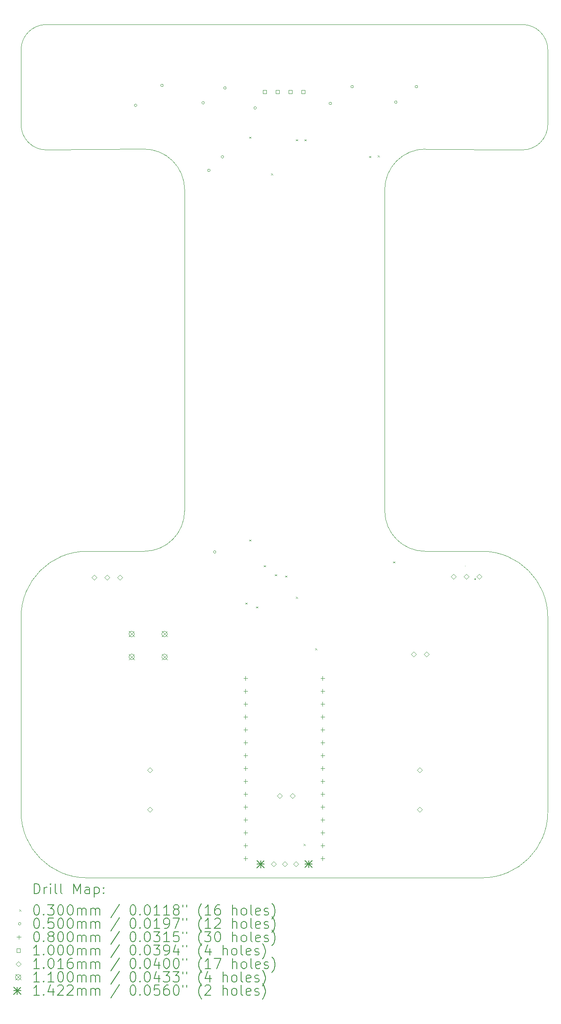
<source format=gbr>
%TF.GenerationSoftware,KiCad,Pcbnew,7.0.7*%
%TF.CreationDate,2024-02-04T10:16:06+08:00*%
%TF.ProjectId,lekirbot,6c656b69-7262-46f7-942e-6b696361645f,rev?*%
%TF.SameCoordinates,Original*%
%TF.FileFunction,Drillmap*%
%TF.FilePolarity,Positive*%
%FSLAX45Y45*%
G04 Gerber Fmt 4.5, Leading zero omitted, Abs format (unit mm)*
G04 Created by KiCad (PCBNEW 7.0.7) date 2024-02-04 10:16:06*
%MOMM*%
%LPD*%
G01*
G04 APERTURE LIST*
%ADD10C,0.050000*%
%ADD11C,0.200000*%
%ADD12C,0.030000*%
%ADD13C,0.080000*%
%ADD14C,0.100000*%
%ADD15C,0.101600*%
%ADD16C,0.110000*%
%ADD17C,0.142240*%
G04 APERTURE END LIST*
D10*
X6477036Y-5137404D02*
G75*
G03*
X5670344Y-4337432I-799996J4D01*
G01*
X5677040Y-12275800D02*
X4543620Y-12275800D01*
X13657580Y-13575800D02*
X13657580Y-17419800D01*
X3243620Y-17419800D02*
G75*
G03*
X4543620Y-18719800I1300000J0D01*
G01*
X12235220Y-12824440D02*
G75*
G03*
X12235220Y-12824440I-12700J0D01*
G01*
X3743580Y-1879600D02*
X13157580Y-1879600D01*
X12357580Y-18719800D02*
X4543620Y-18719800D01*
X13657580Y-2379600D02*
G75*
G03*
X13157580Y-1879600I-500000J0D01*
G01*
X3743580Y-1879600D02*
G75*
G03*
X3243580Y-2379600I0J-500000D01*
G01*
X13657580Y-13575800D02*
G75*
G03*
X12357580Y-12275800I-1300000J0D01*
G01*
X10434360Y-11475800D02*
X10434360Y-5137430D01*
X4543620Y-12275800D02*
G75*
G03*
X3243620Y-13575800I0J-1300000D01*
G01*
X12357580Y-18719800D02*
G75*
G03*
X13657580Y-17419800I0J1300000D01*
G01*
X10434360Y-11475800D02*
G75*
G03*
X11234360Y-12275800I800000J0D01*
G01*
X13657580Y-2379600D02*
X13657580Y-3853560D01*
X3243580Y-3853560D02*
X3243580Y-2379600D01*
X12019320Y-12560280D02*
G75*
G03*
X12019320Y-12560280I0J0D01*
G01*
X3743580Y-4353560D02*
X5670344Y-4337432D01*
X11241081Y-4337458D02*
G75*
G03*
X10434360Y-5137430I-6721J-799972D01*
G01*
X5677040Y-12275800D02*
G75*
G03*
X6477040Y-11475800I0J800000D01*
G01*
X11241081Y-4337458D02*
X13157580Y-4353560D01*
X6477040Y-11475800D02*
X6477040Y-5137404D01*
X13157580Y-4353560D02*
G75*
G03*
X13657580Y-3853560I0J500000D01*
G01*
X3243580Y-3853560D02*
G75*
G03*
X3743580Y-4353560I500000J0D01*
G01*
X12357580Y-12275800D02*
X11234360Y-12275800D01*
X3243620Y-17419800D02*
X3243620Y-13575800D01*
D11*
D12*
X7678700Y-13289500D02*
X7708700Y-13319500D01*
X7708700Y-13289500D02*
X7678700Y-13319500D01*
X7754900Y-4094700D02*
X7784900Y-4124700D01*
X7784900Y-4094700D02*
X7754900Y-4124700D01*
X7754900Y-12044900D02*
X7784900Y-12074900D01*
X7784900Y-12044900D02*
X7754900Y-12074900D01*
X7894600Y-13365700D02*
X7924600Y-13395700D01*
X7924600Y-13365700D02*
X7894600Y-13395700D01*
X8047000Y-12552900D02*
X8077000Y-12582900D01*
X8077000Y-12552900D02*
X8047000Y-12582900D01*
X8186700Y-4818600D02*
X8216700Y-4848600D01*
X8216700Y-4818600D02*
X8186700Y-4848600D01*
X8262900Y-12730700D02*
X8292900Y-12760700D01*
X8292900Y-12730700D02*
X8262900Y-12760700D01*
X8466100Y-12756100D02*
X8496100Y-12786100D01*
X8496100Y-12756100D02*
X8466100Y-12786100D01*
X8682000Y-4145500D02*
X8712000Y-4175500D01*
X8712000Y-4145500D02*
X8682000Y-4175500D01*
X8682000Y-13175200D02*
X8712000Y-13205200D01*
X8712000Y-13175200D02*
X8682000Y-13205200D01*
X8834400Y-18052000D02*
X8864400Y-18082000D01*
X8864400Y-18052000D02*
X8834400Y-18082000D01*
X8847100Y-4145500D02*
X8877100Y-4175500D01*
X8877100Y-4145500D02*
X8847100Y-4175500D01*
X9063000Y-14191200D02*
X9093000Y-14221200D01*
X9093000Y-14191200D02*
X9063000Y-14221200D01*
X10129800Y-4475700D02*
X10159800Y-4505700D01*
X10159800Y-4475700D02*
X10129800Y-4505700D01*
X10294900Y-4463000D02*
X10324900Y-4493000D01*
X10324900Y-4463000D02*
X10294900Y-4493000D01*
X10599700Y-12476700D02*
X10629700Y-12506700D01*
X10629700Y-12476700D02*
X10599700Y-12506700D01*
D10*
X5534300Y-3474700D02*
G75*
G03*
X5534300Y-3474700I-25000J0D01*
G01*
X6055000Y-3081000D02*
G75*
G03*
X6055000Y-3081000I-25000J0D01*
G01*
X6867800Y-3423900D02*
G75*
G03*
X6867800Y-3423900I-25000J0D01*
G01*
X6982100Y-4757400D02*
G75*
G03*
X6982100Y-4757400I-25000J0D01*
G01*
X7096400Y-12288500D02*
G75*
G03*
X7096400Y-12288500I-25000J0D01*
G01*
X7248800Y-4490700D02*
G75*
G03*
X7248800Y-4490700I-25000J0D01*
G01*
X7299600Y-3131800D02*
G75*
G03*
X7299600Y-3131800I-25000J0D01*
G01*
X7896500Y-3525500D02*
G75*
G03*
X7896500Y-3525500I-25000J0D01*
G01*
X9382400Y-3436600D02*
G75*
G03*
X9382400Y-3436600I-25000J0D01*
G01*
X9814200Y-3106400D02*
G75*
G03*
X9814200Y-3106400I-25000J0D01*
G01*
X10677800Y-3411200D02*
G75*
G03*
X10677800Y-3411200I-25000J0D01*
G01*
X11084200Y-3106400D02*
G75*
G03*
X11084200Y-3106400I-25000J0D01*
G01*
D13*
X7681000Y-14742800D02*
X7681000Y-14822800D01*
X7641000Y-14782800D02*
X7721000Y-14782800D01*
X7681000Y-14996800D02*
X7681000Y-15076800D01*
X7641000Y-15036800D02*
X7721000Y-15036800D01*
X7681000Y-15250800D02*
X7681000Y-15330800D01*
X7641000Y-15290800D02*
X7721000Y-15290800D01*
X7681000Y-15504800D02*
X7681000Y-15584800D01*
X7641000Y-15544800D02*
X7721000Y-15544800D01*
X7681000Y-15758800D02*
X7681000Y-15838800D01*
X7641000Y-15798800D02*
X7721000Y-15798800D01*
X7681000Y-16012800D02*
X7681000Y-16092800D01*
X7641000Y-16052800D02*
X7721000Y-16052800D01*
X7681000Y-16266800D02*
X7681000Y-16346800D01*
X7641000Y-16306800D02*
X7721000Y-16306800D01*
X7681000Y-16520800D02*
X7681000Y-16600800D01*
X7641000Y-16560800D02*
X7721000Y-16560800D01*
X7681000Y-16774800D02*
X7681000Y-16854800D01*
X7641000Y-16814800D02*
X7721000Y-16814800D01*
X7681000Y-17028800D02*
X7681000Y-17108800D01*
X7641000Y-17068800D02*
X7721000Y-17068800D01*
X7681000Y-17282800D02*
X7681000Y-17362800D01*
X7641000Y-17322800D02*
X7721000Y-17322800D01*
X7681000Y-17536800D02*
X7681000Y-17616800D01*
X7641000Y-17576800D02*
X7721000Y-17576800D01*
X7681000Y-17790800D02*
X7681000Y-17870800D01*
X7641000Y-17830800D02*
X7721000Y-17830800D01*
X7681000Y-18044800D02*
X7681000Y-18124800D01*
X7641000Y-18084800D02*
X7721000Y-18084800D01*
X7681000Y-18298800D02*
X7681000Y-18378800D01*
X7641000Y-18338800D02*
X7721000Y-18338800D01*
X9205000Y-14742800D02*
X9205000Y-14822800D01*
X9165000Y-14782800D02*
X9245000Y-14782800D01*
X9205000Y-14996800D02*
X9205000Y-15076800D01*
X9165000Y-15036800D02*
X9245000Y-15036800D01*
X9205000Y-15250800D02*
X9205000Y-15330800D01*
X9165000Y-15290800D02*
X9245000Y-15290800D01*
X9205000Y-15504800D02*
X9205000Y-15584800D01*
X9165000Y-15544800D02*
X9245000Y-15544800D01*
X9205000Y-15758800D02*
X9205000Y-15838800D01*
X9165000Y-15798800D02*
X9245000Y-15798800D01*
X9205000Y-16012800D02*
X9205000Y-16092800D01*
X9165000Y-16052800D02*
X9245000Y-16052800D01*
X9205000Y-16266800D02*
X9205000Y-16346800D01*
X9165000Y-16306800D02*
X9245000Y-16306800D01*
X9205000Y-16520800D02*
X9205000Y-16600800D01*
X9165000Y-16560800D02*
X9245000Y-16560800D01*
X9205000Y-16774800D02*
X9205000Y-16854800D01*
X9165000Y-16814800D02*
X9245000Y-16814800D01*
X9205000Y-17028800D02*
X9205000Y-17108800D01*
X9165000Y-17068800D02*
X9245000Y-17068800D01*
X9205000Y-17282800D02*
X9205000Y-17362800D01*
X9165000Y-17322800D02*
X9245000Y-17322800D01*
X9205000Y-17536800D02*
X9205000Y-17616800D01*
X9165000Y-17576800D02*
X9245000Y-17576800D01*
X9205000Y-17790800D02*
X9205000Y-17870800D01*
X9165000Y-17830800D02*
X9245000Y-17830800D01*
X9205000Y-18044800D02*
X9205000Y-18124800D01*
X9165000Y-18084800D02*
X9245000Y-18084800D01*
X9205000Y-18298800D02*
X9205000Y-18378800D01*
X9165000Y-18338800D02*
X9245000Y-18338800D01*
D14*
X8097356Y-3243356D02*
X8097356Y-3172644D01*
X8026644Y-3172644D01*
X8026644Y-3243356D01*
X8097356Y-3243356D01*
X8351356Y-3243356D02*
X8351356Y-3172644D01*
X8280644Y-3172644D01*
X8280644Y-3243356D01*
X8351356Y-3243356D01*
X8605356Y-3243356D02*
X8605356Y-3172644D01*
X8534644Y-3172644D01*
X8534644Y-3243356D01*
X8605356Y-3243356D01*
X8859356Y-3243356D02*
X8859356Y-3172644D01*
X8788644Y-3172644D01*
X8788644Y-3243356D01*
X8859356Y-3243356D01*
D15*
X4688880Y-12842220D02*
X4739680Y-12791420D01*
X4688880Y-12740620D01*
X4638080Y-12791420D01*
X4688880Y-12842220D01*
X4942880Y-12842220D02*
X4993680Y-12791420D01*
X4942880Y-12740620D01*
X4892080Y-12791420D01*
X4942880Y-12842220D01*
X5196880Y-12842220D02*
X5247680Y-12791420D01*
X5196880Y-12740620D01*
X5146080Y-12791420D01*
X5196880Y-12842220D01*
X5791200Y-16645370D02*
X5842000Y-16594570D01*
X5791200Y-16543770D01*
X5740400Y-16594570D01*
X5791200Y-16645370D01*
X5791200Y-17420070D02*
X5842000Y-17369270D01*
X5791200Y-17318470D01*
X5740400Y-17369270D01*
X5791200Y-17420070D01*
X8233450Y-18498800D02*
X8284250Y-18448000D01*
X8233450Y-18397200D01*
X8182650Y-18448000D01*
X8233450Y-18498800D01*
X8354100Y-17152600D02*
X8404900Y-17101800D01*
X8354100Y-17051000D01*
X8303300Y-17101800D01*
X8354100Y-17152600D01*
X8455700Y-18498800D02*
X8506500Y-18448000D01*
X8455700Y-18397200D01*
X8404900Y-18448000D01*
X8455700Y-18498800D01*
X8608100Y-17152600D02*
X8658900Y-17101800D01*
X8608100Y-17051000D01*
X8557300Y-17101800D01*
X8608100Y-17152600D01*
X8677950Y-18498800D02*
X8728750Y-18448000D01*
X8677950Y-18397200D01*
X8627150Y-18448000D01*
X8677950Y-18498800D01*
X11008400Y-14358600D02*
X11059200Y-14307800D01*
X11008400Y-14257000D01*
X10957600Y-14307800D01*
X11008400Y-14358600D01*
X11125200Y-16645370D02*
X11176000Y-16594570D01*
X11125200Y-16543770D01*
X11074400Y-16594570D01*
X11125200Y-16645370D01*
X11125200Y-17420070D02*
X11176000Y-17369270D01*
X11125200Y-17318470D01*
X11074400Y-17369270D01*
X11125200Y-17420070D01*
X11262400Y-14358600D02*
X11313200Y-14307800D01*
X11262400Y-14257000D01*
X11211600Y-14307800D01*
X11262400Y-14358600D01*
X11790720Y-12824440D02*
X11841520Y-12773640D01*
X11790720Y-12722840D01*
X11739920Y-12773640D01*
X11790720Y-12824440D01*
X12044720Y-12824440D02*
X12095520Y-12773640D01*
X12044720Y-12722840D01*
X11993920Y-12773640D01*
X12044720Y-12824440D01*
X12298720Y-12824440D02*
X12349520Y-12773640D01*
X12298720Y-12722840D01*
X12247920Y-12773640D01*
X12298720Y-12824440D01*
D16*
X5375800Y-13853600D02*
X5485800Y-13963600D01*
X5485800Y-13853600D02*
X5375800Y-13963600D01*
X5485800Y-13908600D02*
G75*
G03*
X5485800Y-13908600I-55000J0D01*
G01*
X5375800Y-14303600D02*
X5485800Y-14413600D01*
X5485800Y-14303600D02*
X5375800Y-14413600D01*
X5485800Y-14358600D02*
G75*
G03*
X5485800Y-14358600I-55000J0D01*
G01*
X6025800Y-13853600D02*
X6135800Y-13963600D01*
X6135800Y-13853600D02*
X6025800Y-13963600D01*
X6135800Y-13908600D02*
G75*
G03*
X6135800Y-13908600I-55000J0D01*
G01*
X6025800Y-14303600D02*
X6135800Y-14413600D01*
X6135800Y-14303600D02*
X6025800Y-14413600D01*
X6135800Y-14358600D02*
G75*
G03*
X6135800Y-14358600I-55000J0D01*
G01*
D17*
X7909580Y-18378130D02*
X8051820Y-18520370D01*
X8051820Y-18378130D02*
X7909580Y-18520370D01*
X7980700Y-18378130D02*
X7980700Y-18520370D01*
X7909580Y-18449250D02*
X8051820Y-18449250D01*
X8859580Y-18375630D02*
X9001820Y-18517870D01*
X9001820Y-18375630D02*
X8859580Y-18517870D01*
X8930700Y-18375630D02*
X8930700Y-18517870D01*
X8859580Y-18446750D02*
X9001820Y-18446750D01*
D11*
X3501857Y-19033784D02*
X3501857Y-18833784D01*
X3501857Y-18833784D02*
X3549476Y-18833784D01*
X3549476Y-18833784D02*
X3578047Y-18843308D01*
X3578047Y-18843308D02*
X3597095Y-18862355D01*
X3597095Y-18862355D02*
X3606619Y-18881403D01*
X3606619Y-18881403D02*
X3616142Y-18919498D01*
X3616142Y-18919498D02*
X3616142Y-18948070D01*
X3616142Y-18948070D02*
X3606619Y-18986165D01*
X3606619Y-18986165D02*
X3597095Y-19005212D01*
X3597095Y-19005212D02*
X3578047Y-19024260D01*
X3578047Y-19024260D02*
X3549476Y-19033784D01*
X3549476Y-19033784D02*
X3501857Y-19033784D01*
X3701857Y-19033784D02*
X3701857Y-18900450D01*
X3701857Y-18938546D02*
X3711381Y-18919498D01*
X3711381Y-18919498D02*
X3720904Y-18909974D01*
X3720904Y-18909974D02*
X3739952Y-18900450D01*
X3739952Y-18900450D02*
X3759000Y-18900450D01*
X3825666Y-19033784D02*
X3825666Y-18900450D01*
X3825666Y-18833784D02*
X3816142Y-18843308D01*
X3816142Y-18843308D02*
X3825666Y-18852831D01*
X3825666Y-18852831D02*
X3835190Y-18843308D01*
X3835190Y-18843308D02*
X3825666Y-18833784D01*
X3825666Y-18833784D02*
X3825666Y-18852831D01*
X3949476Y-19033784D02*
X3930428Y-19024260D01*
X3930428Y-19024260D02*
X3920904Y-19005212D01*
X3920904Y-19005212D02*
X3920904Y-18833784D01*
X4054238Y-19033784D02*
X4035190Y-19024260D01*
X4035190Y-19024260D02*
X4025666Y-19005212D01*
X4025666Y-19005212D02*
X4025666Y-18833784D01*
X4282809Y-19033784D02*
X4282809Y-18833784D01*
X4282809Y-18833784D02*
X4349476Y-18976641D01*
X4349476Y-18976641D02*
X4416143Y-18833784D01*
X4416143Y-18833784D02*
X4416143Y-19033784D01*
X4597095Y-19033784D02*
X4597095Y-18929022D01*
X4597095Y-18929022D02*
X4587571Y-18909974D01*
X4587571Y-18909974D02*
X4568524Y-18900450D01*
X4568524Y-18900450D02*
X4530428Y-18900450D01*
X4530428Y-18900450D02*
X4511381Y-18909974D01*
X4597095Y-19024260D02*
X4578047Y-19033784D01*
X4578047Y-19033784D02*
X4530428Y-19033784D01*
X4530428Y-19033784D02*
X4511381Y-19024260D01*
X4511381Y-19024260D02*
X4501857Y-19005212D01*
X4501857Y-19005212D02*
X4501857Y-18986165D01*
X4501857Y-18986165D02*
X4511381Y-18967117D01*
X4511381Y-18967117D02*
X4530428Y-18957593D01*
X4530428Y-18957593D02*
X4578047Y-18957593D01*
X4578047Y-18957593D02*
X4597095Y-18948070D01*
X4692333Y-18900450D02*
X4692333Y-19100450D01*
X4692333Y-18909974D02*
X4711381Y-18900450D01*
X4711381Y-18900450D02*
X4749476Y-18900450D01*
X4749476Y-18900450D02*
X4768524Y-18909974D01*
X4768524Y-18909974D02*
X4778047Y-18919498D01*
X4778047Y-18919498D02*
X4787571Y-18938546D01*
X4787571Y-18938546D02*
X4787571Y-18995689D01*
X4787571Y-18995689D02*
X4778047Y-19014736D01*
X4778047Y-19014736D02*
X4768524Y-19024260D01*
X4768524Y-19024260D02*
X4749476Y-19033784D01*
X4749476Y-19033784D02*
X4711381Y-19033784D01*
X4711381Y-19033784D02*
X4692333Y-19024260D01*
X4873285Y-19014736D02*
X4882809Y-19024260D01*
X4882809Y-19024260D02*
X4873285Y-19033784D01*
X4873285Y-19033784D02*
X4863762Y-19024260D01*
X4863762Y-19024260D02*
X4873285Y-19014736D01*
X4873285Y-19014736D02*
X4873285Y-19033784D01*
X4873285Y-18909974D02*
X4882809Y-18919498D01*
X4882809Y-18919498D02*
X4873285Y-18929022D01*
X4873285Y-18929022D02*
X4863762Y-18919498D01*
X4863762Y-18919498D02*
X4873285Y-18909974D01*
X4873285Y-18909974D02*
X4873285Y-18929022D01*
D12*
X3211080Y-19347300D02*
X3241080Y-19377300D01*
X3241080Y-19347300D02*
X3211080Y-19377300D01*
D11*
X3539952Y-19253784D02*
X3559000Y-19253784D01*
X3559000Y-19253784D02*
X3578047Y-19263308D01*
X3578047Y-19263308D02*
X3587571Y-19272831D01*
X3587571Y-19272831D02*
X3597095Y-19291879D01*
X3597095Y-19291879D02*
X3606619Y-19329974D01*
X3606619Y-19329974D02*
X3606619Y-19377593D01*
X3606619Y-19377593D02*
X3597095Y-19415689D01*
X3597095Y-19415689D02*
X3587571Y-19434736D01*
X3587571Y-19434736D02*
X3578047Y-19444260D01*
X3578047Y-19444260D02*
X3559000Y-19453784D01*
X3559000Y-19453784D02*
X3539952Y-19453784D01*
X3539952Y-19453784D02*
X3520904Y-19444260D01*
X3520904Y-19444260D02*
X3511381Y-19434736D01*
X3511381Y-19434736D02*
X3501857Y-19415689D01*
X3501857Y-19415689D02*
X3492333Y-19377593D01*
X3492333Y-19377593D02*
X3492333Y-19329974D01*
X3492333Y-19329974D02*
X3501857Y-19291879D01*
X3501857Y-19291879D02*
X3511381Y-19272831D01*
X3511381Y-19272831D02*
X3520904Y-19263308D01*
X3520904Y-19263308D02*
X3539952Y-19253784D01*
X3692333Y-19434736D02*
X3701857Y-19444260D01*
X3701857Y-19444260D02*
X3692333Y-19453784D01*
X3692333Y-19453784D02*
X3682809Y-19444260D01*
X3682809Y-19444260D02*
X3692333Y-19434736D01*
X3692333Y-19434736D02*
X3692333Y-19453784D01*
X3768523Y-19253784D02*
X3892333Y-19253784D01*
X3892333Y-19253784D02*
X3825666Y-19329974D01*
X3825666Y-19329974D02*
X3854238Y-19329974D01*
X3854238Y-19329974D02*
X3873285Y-19339498D01*
X3873285Y-19339498D02*
X3882809Y-19349022D01*
X3882809Y-19349022D02*
X3892333Y-19368070D01*
X3892333Y-19368070D02*
X3892333Y-19415689D01*
X3892333Y-19415689D02*
X3882809Y-19434736D01*
X3882809Y-19434736D02*
X3873285Y-19444260D01*
X3873285Y-19444260D02*
X3854238Y-19453784D01*
X3854238Y-19453784D02*
X3797095Y-19453784D01*
X3797095Y-19453784D02*
X3778047Y-19444260D01*
X3778047Y-19444260D02*
X3768523Y-19434736D01*
X4016142Y-19253784D02*
X4035190Y-19253784D01*
X4035190Y-19253784D02*
X4054238Y-19263308D01*
X4054238Y-19263308D02*
X4063762Y-19272831D01*
X4063762Y-19272831D02*
X4073285Y-19291879D01*
X4073285Y-19291879D02*
X4082809Y-19329974D01*
X4082809Y-19329974D02*
X4082809Y-19377593D01*
X4082809Y-19377593D02*
X4073285Y-19415689D01*
X4073285Y-19415689D02*
X4063762Y-19434736D01*
X4063762Y-19434736D02*
X4054238Y-19444260D01*
X4054238Y-19444260D02*
X4035190Y-19453784D01*
X4035190Y-19453784D02*
X4016142Y-19453784D01*
X4016142Y-19453784D02*
X3997095Y-19444260D01*
X3997095Y-19444260D02*
X3987571Y-19434736D01*
X3987571Y-19434736D02*
X3978047Y-19415689D01*
X3978047Y-19415689D02*
X3968523Y-19377593D01*
X3968523Y-19377593D02*
X3968523Y-19329974D01*
X3968523Y-19329974D02*
X3978047Y-19291879D01*
X3978047Y-19291879D02*
X3987571Y-19272831D01*
X3987571Y-19272831D02*
X3997095Y-19263308D01*
X3997095Y-19263308D02*
X4016142Y-19253784D01*
X4206619Y-19253784D02*
X4225666Y-19253784D01*
X4225666Y-19253784D02*
X4244714Y-19263308D01*
X4244714Y-19263308D02*
X4254238Y-19272831D01*
X4254238Y-19272831D02*
X4263762Y-19291879D01*
X4263762Y-19291879D02*
X4273285Y-19329974D01*
X4273285Y-19329974D02*
X4273285Y-19377593D01*
X4273285Y-19377593D02*
X4263762Y-19415689D01*
X4263762Y-19415689D02*
X4254238Y-19434736D01*
X4254238Y-19434736D02*
X4244714Y-19444260D01*
X4244714Y-19444260D02*
X4225666Y-19453784D01*
X4225666Y-19453784D02*
X4206619Y-19453784D01*
X4206619Y-19453784D02*
X4187571Y-19444260D01*
X4187571Y-19444260D02*
X4178047Y-19434736D01*
X4178047Y-19434736D02*
X4168523Y-19415689D01*
X4168523Y-19415689D02*
X4159000Y-19377593D01*
X4159000Y-19377593D02*
X4159000Y-19329974D01*
X4159000Y-19329974D02*
X4168523Y-19291879D01*
X4168523Y-19291879D02*
X4178047Y-19272831D01*
X4178047Y-19272831D02*
X4187571Y-19263308D01*
X4187571Y-19263308D02*
X4206619Y-19253784D01*
X4359000Y-19453784D02*
X4359000Y-19320450D01*
X4359000Y-19339498D02*
X4368524Y-19329974D01*
X4368524Y-19329974D02*
X4387571Y-19320450D01*
X4387571Y-19320450D02*
X4416143Y-19320450D01*
X4416143Y-19320450D02*
X4435190Y-19329974D01*
X4435190Y-19329974D02*
X4444714Y-19349022D01*
X4444714Y-19349022D02*
X4444714Y-19453784D01*
X4444714Y-19349022D02*
X4454238Y-19329974D01*
X4454238Y-19329974D02*
X4473285Y-19320450D01*
X4473285Y-19320450D02*
X4501857Y-19320450D01*
X4501857Y-19320450D02*
X4520905Y-19329974D01*
X4520905Y-19329974D02*
X4530428Y-19349022D01*
X4530428Y-19349022D02*
X4530428Y-19453784D01*
X4625666Y-19453784D02*
X4625666Y-19320450D01*
X4625666Y-19339498D02*
X4635190Y-19329974D01*
X4635190Y-19329974D02*
X4654238Y-19320450D01*
X4654238Y-19320450D02*
X4682809Y-19320450D01*
X4682809Y-19320450D02*
X4701857Y-19329974D01*
X4701857Y-19329974D02*
X4711381Y-19349022D01*
X4711381Y-19349022D02*
X4711381Y-19453784D01*
X4711381Y-19349022D02*
X4720905Y-19329974D01*
X4720905Y-19329974D02*
X4739952Y-19320450D01*
X4739952Y-19320450D02*
X4768524Y-19320450D01*
X4768524Y-19320450D02*
X4787571Y-19329974D01*
X4787571Y-19329974D02*
X4797095Y-19349022D01*
X4797095Y-19349022D02*
X4797095Y-19453784D01*
X5187571Y-19244260D02*
X5016143Y-19501403D01*
X5444714Y-19253784D02*
X5463762Y-19253784D01*
X5463762Y-19253784D02*
X5482809Y-19263308D01*
X5482809Y-19263308D02*
X5492333Y-19272831D01*
X5492333Y-19272831D02*
X5501857Y-19291879D01*
X5501857Y-19291879D02*
X5511381Y-19329974D01*
X5511381Y-19329974D02*
X5511381Y-19377593D01*
X5511381Y-19377593D02*
X5501857Y-19415689D01*
X5501857Y-19415689D02*
X5492333Y-19434736D01*
X5492333Y-19434736D02*
X5482809Y-19444260D01*
X5482809Y-19444260D02*
X5463762Y-19453784D01*
X5463762Y-19453784D02*
X5444714Y-19453784D01*
X5444714Y-19453784D02*
X5425667Y-19444260D01*
X5425667Y-19444260D02*
X5416143Y-19434736D01*
X5416143Y-19434736D02*
X5406619Y-19415689D01*
X5406619Y-19415689D02*
X5397095Y-19377593D01*
X5397095Y-19377593D02*
X5397095Y-19329974D01*
X5397095Y-19329974D02*
X5406619Y-19291879D01*
X5406619Y-19291879D02*
X5416143Y-19272831D01*
X5416143Y-19272831D02*
X5425667Y-19263308D01*
X5425667Y-19263308D02*
X5444714Y-19253784D01*
X5597095Y-19434736D02*
X5606619Y-19444260D01*
X5606619Y-19444260D02*
X5597095Y-19453784D01*
X5597095Y-19453784D02*
X5587571Y-19444260D01*
X5587571Y-19444260D02*
X5597095Y-19434736D01*
X5597095Y-19434736D02*
X5597095Y-19453784D01*
X5730428Y-19253784D02*
X5749476Y-19253784D01*
X5749476Y-19253784D02*
X5768524Y-19263308D01*
X5768524Y-19263308D02*
X5778047Y-19272831D01*
X5778047Y-19272831D02*
X5787571Y-19291879D01*
X5787571Y-19291879D02*
X5797095Y-19329974D01*
X5797095Y-19329974D02*
X5797095Y-19377593D01*
X5797095Y-19377593D02*
X5787571Y-19415689D01*
X5787571Y-19415689D02*
X5778047Y-19434736D01*
X5778047Y-19434736D02*
X5768524Y-19444260D01*
X5768524Y-19444260D02*
X5749476Y-19453784D01*
X5749476Y-19453784D02*
X5730428Y-19453784D01*
X5730428Y-19453784D02*
X5711381Y-19444260D01*
X5711381Y-19444260D02*
X5701857Y-19434736D01*
X5701857Y-19434736D02*
X5692333Y-19415689D01*
X5692333Y-19415689D02*
X5682809Y-19377593D01*
X5682809Y-19377593D02*
X5682809Y-19329974D01*
X5682809Y-19329974D02*
X5692333Y-19291879D01*
X5692333Y-19291879D02*
X5701857Y-19272831D01*
X5701857Y-19272831D02*
X5711381Y-19263308D01*
X5711381Y-19263308D02*
X5730428Y-19253784D01*
X5987571Y-19453784D02*
X5873286Y-19453784D01*
X5930428Y-19453784D02*
X5930428Y-19253784D01*
X5930428Y-19253784D02*
X5911381Y-19282355D01*
X5911381Y-19282355D02*
X5892333Y-19301403D01*
X5892333Y-19301403D02*
X5873286Y-19310927D01*
X6178047Y-19453784D02*
X6063762Y-19453784D01*
X6120905Y-19453784D02*
X6120905Y-19253784D01*
X6120905Y-19253784D02*
X6101857Y-19282355D01*
X6101857Y-19282355D02*
X6082809Y-19301403D01*
X6082809Y-19301403D02*
X6063762Y-19310927D01*
X6292333Y-19339498D02*
X6273286Y-19329974D01*
X6273286Y-19329974D02*
X6263762Y-19320450D01*
X6263762Y-19320450D02*
X6254238Y-19301403D01*
X6254238Y-19301403D02*
X6254238Y-19291879D01*
X6254238Y-19291879D02*
X6263762Y-19272831D01*
X6263762Y-19272831D02*
X6273286Y-19263308D01*
X6273286Y-19263308D02*
X6292333Y-19253784D01*
X6292333Y-19253784D02*
X6330428Y-19253784D01*
X6330428Y-19253784D02*
X6349476Y-19263308D01*
X6349476Y-19263308D02*
X6359000Y-19272831D01*
X6359000Y-19272831D02*
X6368524Y-19291879D01*
X6368524Y-19291879D02*
X6368524Y-19301403D01*
X6368524Y-19301403D02*
X6359000Y-19320450D01*
X6359000Y-19320450D02*
X6349476Y-19329974D01*
X6349476Y-19329974D02*
X6330428Y-19339498D01*
X6330428Y-19339498D02*
X6292333Y-19339498D01*
X6292333Y-19339498D02*
X6273286Y-19349022D01*
X6273286Y-19349022D02*
X6263762Y-19358546D01*
X6263762Y-19358546D02*
X6254238Y-19377593D01*
X6254238Y-19377593D02*
X6254238Y-19415689D01*
X6254238Y-19415689D02*
X6263762Y-19434736D01*
X6263762Y-19434736D02*
X6273286Y-19444260D01*
X6273286Y-19444260D02*
X6292333Y-19453784D01*
X6292333Y-19453784D02*
X6330428Y-19453784D01*
X6330428Y-19453784D02*
X6349476Y-19444260D01*
X6349476Y-19444260D02*
X6359000Y-19434736D01*
X6359000Y-19434736D02*
X6368524Y-19415689D01*
X6368524Y-19415689D02*
X6368524Y-19377593D01*
X6368524Y-19377593D02*
X6359000Y-19358546D01*
X6359000Y-19358546D02*
X6349476Y-19349022D01*
X6349476Y-19349022D02*
X6330428Y-19339498D01*
X6444714Y-19253784D02*
X6444714Y-19291879D01*
X6520905Y-19253784D02*
X6520905Y-19291879D01*
X6816143Y-19529974D02*
X6806619Y-19520450D01*
X6806619Y-19520450D02*
X6787571Y-19491879D01*
X6787571Y-19491879D02*
X6778048Y-19472831D01*
X6778048Y-19472831D02*
X6768524Y-19444260D01*
X6768524Y-19444260D02*
X6759000Y-19396641D01*
X6759000Y-19396641D02*
X6759000Y-19358546D01*
X6759000Y-19358546D02*
X6768524Y-19310927D01*
X6768524Y-19310927D02*
X6778048Y-19282355D01*
X6778048Y-19282355D02*
X6787571Y-19263308D01*
X6787571Y-19263308D02*
X6806619Y-19234736D01*
X6806619Y-19234736D02*
X6816143Y-19225212D01*
X6997095Y-19453784D02*
X6882809Y-19453784D01*
X6939952Y-19453784D02*
X6939952Y-19253784D01*
X6939952Y-19253784D02*
X6920905Y-19282355D01*
X6920905Y-19282355D02*
X6901857Y-19301403D01*
X6901857Y-19301403D02*
X6882809Y-19310927D01*
X7168524Y-19253784D02*
X7130428Y-19253784D01*
X7130428Y-19253784D02*
X7111381Y-19263308D01*
X7111381Y-19263308D02*
X7101857Y-19272831D01*
X7101857Y-19272831D02*
X7082809Y-19301403D01*
X7082809Y-19301403D02*
X7073286Y-19339498D01*
X7073286Y-19339498D02*
X7073286Y-19415689D01*
X7073286Y-19415689D02*
X7082809Y-19434736D01*
X7082809Y-19434736D02*
X7092333Y-19444260D01*
X7092333Y-19444260D02*
X7111381Y-19453784D01*
X7111381Y-19453784D02*
X7149476Y-19453784D01*
X7149476Y-19453784D02*
X7168524Y-19444260D01*
X7168524Y-19444260D02*
X7178048Y-19434736D01*
X7178048Y-19434736D02*
X7187571Y-19415689D01*
X7187571Y-19415689D02*
X7187571Y-19368070D01*
X7187571Y-19368070D02*
X7178048Y-19349022D01*
X7178048Y-19349022D02*
X7168524Y-19339498D01*
X7168524Y-19339498D02*
X7149476Y-19329974D01*
X7149476Y-19329974D02*
X7111381Y-19329974D01*
X7111381Y-19329974D02*
X7092333Y-19339498D01*
X7092333Y-19339498D02*
X7082809Y-19349022D01*
X7082809Y-19349022D02*
X7073286Y-19368070D01*
X7425667Y-19453784D02*
X7425667Y-19253784D01*
X7511381Y-19453784D02*
X7511381Y-19349022D01*
X7511381Y-19349022D02*
X7501857Y-19329974D01*
X7501857Y-19329974D02*
X7482810Y-19320450D01*
X7482810Y-19320450D02*
X7454238Y-19320450D01*
X7454238Y-19320450D02*
X7435190Y-19329974D01*
X7435190Y-19329974D02*
X7425667Y-19339498D01*
X7635190Y-19453784D02*
X7616143Y-19444260D01*
X7616143Y-19444260D02*
X7606619Y-19434736D01*
X7606619Y-19434736D02*
X7597095Y-19415689D01*
X7597095Y-19415689D02*
X7597095Y-19358546D01*
X7597095Y-19358546D02*
X7606619Y-19339498D01*
X7606619Y-19339498D02*
X7616143Y-19329974D01*
X7616143Y-19329974D02*
X7635190Y-19320450D01*
X7635190Y-19320450D02*
X7663762Y-19320450D01*
X7663762Y-19320450D02*
X7682810Y-19329974D01*
X7682810Y-19329974D02*
X7692333Y-19339498D01*
X7692333Y-19339498D02*
X7701857Y-19358546D01*
X7701857Y-19358546D02*
X7701857Y-19415689D01*
X7701857Y-19415689D02*
X7692333Y-19434736D01*
X7692333Y-19434736D02*
X7682810Y-19444260D01*
X7682810Y-19444260D02*
X7663762Y-19453784D01*
X7663762Y-19453784D02*
X7635190Y-19453784D01*
X7816143Y-19453784D02*
X7797095Y-19444260D01*
X7797095Y-19444260D02*
X7787571Y-19425212D01*
X7787571Y-19425212D02*
X7787571Y-19253784D01*
X7968524Y-19444260D02*
X7949476Y-19453784D01*
X7949476Y-19453784D02*
X7911381Y-19453784D01*
X7911381Y-19453784D02*
X7892333Y-19444260D01*
X7892333Y-19444260D02*
X7882810Y-19425212D01*
X7882810Y-19425212D02*
X7882810Y-19349022D01*
X7882810Y-19349022D02*
X7892333Y-19329974D01*
X7892333Y-19329974D02*
X7911381Y-19320450D01*
X7911381Y-19320450D02*
X7949476Y-19320450D01*
X7949476Y-19320450D02*
X7968524Y-19329974D01*
X7968524Y-19329974D02*
X7978048Y-19349022D01*
X7978048Y-19349022D02*
X7978048Y-19368070D01*
X7978048Y-19368070D02*
X7882810Y-19387117D01*
X8054238Y-19444260D02*
X8073286Y-19453784D01*
X8073286Y-19453784D02*
X8111381Y-19453784D01*
X8111381Y-19453784D02*
X8130429Y-19444260D01*
X8130429Y-19444260D02*
X8139952Y-19425212D01*
X8139952Y-19425212D02*
X8139952Y-19415689D01*
X8139952Y-19415689D02*
X8130429Y-19396641D01*
X8130429Y-19396641D02*
X8111381Y-19387117D01*
X8111381Y-19387117D02*
X8082810Y-19387117D01*
X8082810Y-19387117D02*
X8063762Y-19377593D01*
X8063762Y-19377593D02*
X8054238Y-19358546D01*
X8054238Y-19358546D02*
X8054238Y-19349022D01*
X8054238Y-19349022D02*
X8063762Y-19329974D01*
X8063762Y-19329974D02*
X8082810Y-19320450D01*
X8082810Y-19320450D02*
X8111381Y-19320450D01*
X8111381Y-19320450D02*
X8130429Y-19329974D01*
X8206619Y-19529974D02*
X8216143Y-19520450D01*
X8216143Y-19520450D02*
X8235191Y-19491879D01*
X8235191Y-19491879D02*
X8244714Y-19472831D01*
X8244714Y-19472831D02*
X8254238Y-19444260D01*
X8254238Y-19444260D02*
X8263762Y-19396641D01*
X8263762Y-19396641D02*
X8263762Y-19358546D01*
X8263762Y-19358546D02*
X8254238Y-19310927D01*
X8254238Y-19310927D02*
X8244714Y-19282355D01*
X8244714Y-19282355D02*
X8235191Y-19263308D01*
X8235191Y-19263308D02*
X8216143Y-19234736D01*
X8216143Y-19234736D02*
X8206619Y-19225212D01*
D10*
X3241080Y-19626300D02*
G75*
G03*
X3241080Y-19626300I-25000J0D01*
G01*
D11*
X3539952Y-19517784D02*
X3559000Y-19517784D01*
X3559000Y-19517784D02*
X3578047Y-19527308D01*
X3578047Y-19527308D02*
X3587571Y-19536831D01*
X3587571Y-19536831D02*
X3597095Y-19555879D01*
X3597095Y-19555879D02*
X3606619Y-19593974D01*
X3606619Y-19593974D02*
X3606619Y-19641593D01*
X3606619Y-19641593D02*
X3597095Y-19679689D01*
X3597095Y-19679689D02*
X3587571Y-19698736D01*
X3587571Y-19698736D02*
X3578047Y-19708260D01*
X3578047Y-19708260D02*
X3559000Y-19717784D01*
X3559000Y-19717784D02*
X3539952Y-19717784D01*
X3539952Y-19717784D02*
X3520904Y-19708260D01*
X3520904Y-19708260D02*
X3511381Y-19698736D01*
X3511381Y-19698736D02*
X3501857Y-19679689D01*
X3501857Y-19679689D02*
X3492333Y-19641593D01*
X3492333Y-19641593D02*
X3492333Y-19593974D01*
X3492333Y-19593974D02*
X3501857Y-19555879D01*
X3501857Y-19555879D02*
X3511381Y-19536831D01*
X3511381Y-19536831D02*
X3520904Y-19527308D01*
X3520904Y-19527308D02*
X3539952Y-19517784D01*
X3692333Y-19698736D02*
X3701857Y-19708260D01*
X3701857Y-19708260D02*
X3692333Y-19717784D01*
X3692333Y-19717784D02*
X3682809Y-19708260D01*
X3682809Y-19708260D02*
X3692333Y-19698736D01*
X3692333Y-19698736D02*
X3692333Y-19717784D01*
X3882809Y-19517784D02*
X3787571Y-19517784D01*
X3787571Y-19517784D02*
X3778047Y-19613022D01*
X3778047Y-19613022D02*
X3787571Y-19603498D01*
X3787571Y-19603498D02*
X3806619Y-19593974D01*
X3806619Y-19593974D02*
X3854238Y-19593974D01*
X3854238Y-19593974D02*
X3873285Y-19603498D01*
X3873285Y-19603498D02*
X3882809Y-19613022D01*
X3882809Y-19613022D02*
X3892333Y-19632070D01*
X3892333Y-19632070D02*
X3892333Y-19679689D01*
X3892333Y-19679689D02*
X3882809Y-19698736D01*
X3882809Y-19698736D02*
X3873285Y-19708260D01*
X3873285Y-19708260D02*
X3854238Y-19717784D01*
X3854238Y-19717784D02*
X3806619Y-19717784D01*
X3806619Y-19717784D02*
X3787571Y-19708260D01*
X3787571Y-19708260D02*
X3778047Y-19698736D01*
X4016142Y-19517784D02*
X4035190Y-19517784D01*
X4035190Y-19517784D02*
X4054238Y-19527308D01*
X4054238Y-19527308D02*
X4063762Y-19536831D01*
X4063762Y-19536831D02*
X4073285Y-19555879D01*
X4073285Y-19555879D02*
X4082809Y-19593974D01*
X4082809Y-19593974D02*
X4082809Y-19641593D01*
X4082809Y-19641593D02*
X4073285Y-19679689D01*
X4073285Y-19679689D02*
X4063762Y-19698736D01*
X4063762Y-19698736D02*
X4054238Y-19708260D01*
X4054238Y-19708260D02*
X4035190Y-19717784D01*
X4035190Y-19717784D02*
X4016142Y-19717784D01*
X4016142Y-19717784D02*
X3997095Y-19708260D01*
X3997095Y-19708260D02*
X3987571Y-19698736D01*
X3987571Y-19698736D02*
X3978047Y-19679689D01*
X3978047Y-19679689D02*
X3968523Y-19641593D01*
X3968523Y-19641593D02*
X3968523Y-19593974D01*
X3968523Y-19593974D02*
X3978047Y-19555879D01*
X3978047Y-19555879D02*
X3987571Y-19536831D01*
X3987571Y-19536831D02*
X3997095Y-19527308D01*
X3997095Y-19527308D02*
X4016142Y-19517784D01*
X4206619Y-19517784D02*
X4225666Y-19517784D01*
X4225666Y-19517784D02*
X4244714Y-19527308D01*
X4244714Y-19527308D02*
X4254238Y-19536831D01*
X4254238Y-19536831D02*
X4263762Y-19555879D01*
X4263762Y-19555879D02*
X4273285Y-19593974D01*
X4273285Y-19593974D02*
X4273285Y-19641593D01*
X4273285Y-19641593D02*
X4263762Y-19679689D01*
X4263762Y-19679689D02*
X4254238Y-19698736D01*
X4254238Y-19698736D02*
X4244714Y-19708260D01*
X4244714Y-19708260D02*
X4225666Y-19717784D01*
X4225666Y-19717784D02*
X4206619Y-19717784D01*
X4206619Y-19717784D02*
X4187571Y-19708260D01*
X4187571Y-19708260D02*
X4178047Y-19698736D01*
X4178047Y-19698736D02*
X4168523Y-19679689D01*
X4168523Y-19679689D02*
X4159000Y-19641593D01*
X4159000Y-19641593D02*
X4159000Y-19593974D01*
X4159000Y-19593974D02*
X4168523Y-19555879D01*
X4168523Y-19555879D02*
X4178047Y-19536831D01*
X4178047Y-19536831D02*
X4187571Y-19527308D01*
X4187571Y-19527308D02*
X4206619Y-19517784D01*
X4359000Y-19717784D02*
X4359000Y-19584450D01*
X4359000Y-19603498D02*
X4368524Y-19593974D01*
X4368524Y-19593974D02*
X4387571Y-19584450D01*
X4387571Y-19584450D02*
X4416143Y-19584450D01*
X4416143Y-19584450D02*
X4435190Y-19593974D01*
X4435190Y-19593974D02*
X4444714Y-19613022D01*
X4444714Y-19613022D02*
X4444714Y-19717784D01*
X4444714Y-19613022D02*
X4454238Y-19593974D01*
X4454238Y-19593974D02*
X4473285Y-19584450D01*
X4473285Y-19584450D02*
X4501857Y-19584450D01*
X4501857Y-19584450D02*
X4520905Y-19593974D01*
X4520905Y-19593974D02*
X4530428Y-19613022D01*
X4530428Y-19613022D02*
X4530428Y-19717784D01*
X4625666Y-19717784D02*
X4625666Y-19584450D01*
X4625666Y-19603498D02*
X4635190Y-19593974D01*
X4635190Y-19593974D02*
X4654238Y-19584450D01*
X4654238Y-19584450D02*
X4682809Y-19584450D01*
X4682809Y-19584450D02*
X4701857Y-19593974D01*
X4701857Y-19593974D02*
X4711381Y-19613022D01*
X4711381Y-19613022D02*
X4711381Y-19717784D01*
X4711381Y-19613022D02*
X4720905Y-19593974D01*
X4720905Y-19593974D02*
X4739952Y-19584450D01*
X4739952Y-19584450D02*
X4768524Y-19584450D01*
X4768524Y-19584450D02*
X4787571Y-19593974D01*
X4787571Y-19593974D02*
X4797095Y-19613022D01*
X4797095Y-19613022D02*
X4797095Y-19717784D01*
X5187571Y-19508260D02*
X5016143Y-19765403D01*
X5444714Y-19517784D02*
X5463762Y-19517784D01*
X5463762Y-19517784D02*
X5482809Y-19527308D01*
X5482809Y-19527308D02*
X5492333Y-19536831D01*
X5492333Y-19536831D02*
X5501857Y-19555879D01*
X5501857Y-19555879D02*
X5511381Y-19593974D01*
X5511381Y-19593974D02*
X5511381Y-19641593D01*
X5511381Y-19641593D02*
X5501857Y-19679689D01*
X5501857Y-19679689D02*
X5492333Y-19698736D01*
X5492333Y-19698736D02*
X5482809Y-19708260D01*
X5482809Y-19708260D02*
X5463762Y-19717784D01*
X5463762Y-19717784D02*
X5444714Y-19717784D01*
X5444714Y-19717784D02*
X5425667Y-19708260D01*
X5425667Y-19708260D02*
X5416143Y-19698736D01*
X5416143Y-19698736D02*
X5406619Y-19679689D01*
X5406619Y-19679689D02*
X5397095Y-19641593D01*
X5397095Y-19641593D02*
X5397095Y-19593974D01*
X5397095Y-19593974D02*
X5406619Y-19555879D01*
X5406619Y-19555879D02*
X5416143Y-19536831D01*
X5416143Y-19536831D02*
X5425667Y-19527308D01*
X5425667Y-19527308D02*
X5444714Y-19517784D01*
X5597095Y-19698736D02*
X5606619Y-19708260D01*
X5606619Y-19708260D02*
X5597095Y-19717784D01*
X5597095Y-19717784D02*
X5587571Y-19708260D01*
X5587571Y-19708260D02*
X5597095Y-19698736D01*
X5597095Y-19698736D02*
X5597095Y-19717784D01*
X5730428Y-19517784D02*
X5749476Y-19517784D01*
X5749476Y-19517784D02*
X5768524Y-19527308D01*
X5768524Y-19527308D02*
X5778047Y-19536831D01*
X5778047Y-19536831D02*
X5787571Y-19555879D01*
X5787571Y-19555879D02*
X5797095Y-19593974D01*
X5797095Y-19593974D02*
X5797095Y-19641593D01*
X5797095Y-19641593D02*
X5787571Y-19679689D01*
X5787571Y-19679689D02*
X5778047Y-19698736D01*
X5778047Y-19698736D02*
X5768524Y-19708260D01*
X5768524Y-19708260D02*
X5749476Y-19717784D01*
X5749476Y-19717784D02*
X5730428Y-19717784D01*
X5730428Y-19717784D02*
X5711381Y-19708260D01*
X5711381Y-19708260D02*
X5701857Y-19698736D01*
X5701857Y-19698736D02*
X5692333Y-19679689D01*
X5692333Y-19679689D02*
X5682809Y-19641593D01*
X5682809Y-19641593D02*
X5682809Y-19593974D01*
X5682809Y-19593974D02*
X5692333Y-19555879D01*
X5692333Y-19555879D02*
X5701857Y-19536831D01*
X5701857Y-19536831D02*
X5711381Y-19527308D01*
X5711381Y-19527308D02*
X5730428Y-19517784D01*
X5987571Y-19717784D02*
X5873286Y-19717784D01*
X5930428Y-19717784D02*
X5930428Y-19517784D01*
X5930428Y-19517784D02*
X5911381Y-19546355D01*
X5911381Y-19546355D02*
X5892333Y-19565403D01*
X5892333Y-19565403D02*
X5873286Y-19574927D01*
X6082809Y-19717784D02*
X6120905Y-19717784D01*
X6120905Y-19717784D02*
X6139952Y-19708260D01*
X6139952Y-19708260D02*
X6149476Y-19698736D01*
X6149476Y-19698736D02*
X6168524Y-19670165D01*
X6168524Y-19670165D02*
X6178047Y-19632070D01*
X6178047Y-19632070D02*
X6178047Y-19555879D01*
X6178047Y-19555879D02*
X6168524Y-19536831D01*
X6168524Y-19536831D02*
X6159000Y-19527308D01*
X6159000Y-19527308D02*
X6139952Y-19517784D01*
X6139952Y-19517784D02*
X6101857Y-19517784D01*
X6101857Y-19517784D02*
X6082809Y-19527308D01*
X6082809Y-19527308D02*
X6073286Y-19536831D01*
X6073286Y-19536831D02*
X6063762Y-19555879D01*
X6063762Y-19555879D02*
X6063762Y-19603498D01*
X6063762Y-19603498D02*
X6073286Y-19622546D01*
X6073286Y-19622546D02*
X6082809Y-19632070D01*
X6082809Y-19632070D02*
X6101857Y-19641593D01*
X6101857Y-19641593D02*
X6139952Y-19641593D01*
X6139952Y-19641593D02*
X6159000Y-19632070D01*
X6159000Y-19632070D02*
X6168524Y-19622546D01*
X6168524Y-19622546D02*
X6178047Y-19603498D01*
X6244714Y-19517784D02*
X6378047Y-19517784D01*
X6378047Y-19517784D02*
X6292333Y-19717784D01*
X6444714Y-19517784D02*
X6444714Y-19555879D01*
X6520905Y-19517784D02*
X6520905Y-19555879D01*
X6816143Y-19793974D02*
X6806619Y-19784450D01*
X6806619Y-19784450D02*
X6787571Y-19755879D01*
X6787571Y-19755879D02*
X6778048Y-19736831D01*
X6778048Y-19736831D02*
X6768524Y-19708260D01*
X6768524Y-19708260D02*
X6759000Y-19660641D01*
X6759000Y-19660641D02*
X6759000Y-19622546D01*
X6759000Y-19622546D02*
X6768524Y-19574927D01*
X6768524Y-19574927D02*
X6778048Y-19546355D01*
X6778048Y-19546355D02*
X6787571Y-19527308D01*
X6787571Y-19527308D02*
X6806619Y-19498736D01*
X6806619Y-19498736D02*
X6816143Y-19489212D01*
X6997095Y-19717784D02*
X6882809Y-19717784D01*
X6939952Y-19717784D02*
X6939952Y-19517784D01*
X6939952Y-19517784D02*
X6920905Y-19546355D01*
X6920905Y-19546355D02*
X6901857Y-19565403D01*
X6901857Y-19565403D02*
X6882809Y-19574927D01*
X7073286Y-19536831D02*
X7082809Y-19527308D01*
X7082809Y-19527308D02*
X7101857Y-19517784D01*
X7101857Y-19517784D02*
X7149476Y-19517784D01*
X7149476Y-19517784D02*
X7168524Y-19527308D01*
X7168524Y-19527308D02*
X7178048Y-19536831D01*
X7178048Y-19536831D02*
X7187571Y-19555879D01*
X7187571Y-19555879D02*
X7187571Y-19574927D01*
X7187571Y-19574927D02*
X7178048Y-19603498D01*
X7178048Y-19603498D02*
X7063762Y-19717784D01*
X7063762Y-19717784D02*
X7187571Y-19717784D01*
X7425667Y-19717784D02*
X7425667Y-19517784D01*
X7511381Y-19717784D02*
X7511381Y-19613022D01*
X7511381Y-19613022D02*
X7501857Y-19593974D01*
X7501857Y-19593974D02*
X7482810Y-19584450D01*
X7482810Y-19584450D02*
X7454238Y-19584450D01*
X7454238Y-19584450D02*
X7435190Y-19593974D01*
X7435190Y-19593974D02*
X7425667Y-19603498D01*
X7635190Y-19717784D02*
X7616143Y-19708260D01*
X7616143Y-19708260D02*
X7606619Y-19698736D01*
X7606619Y-19698736D02*
X7597095Y-19679689D01*
X7597095Y-19679689D02*
X7597095Y-19622546D01*
X7597095Y-19622546D02*
X7606619Y-19603498D01*
X7606619Y-19603498D02*
X7616143Y-19593974D01*
X7616143Y-19593974D02*
X7635190Y-19584450D01*
X7635190Y-19584450D02*
X7663762Y-19584450D01*
X7663762Y-19584450D02*
X7682810Y-19593974D01*
X7682810Y-19593974D02*
X7692333Y-19603498D01*
X7692333Y-19603498D02*
X7701857Y-19622546D01*
X7701857Y-19622546D02*
X7701857Y-19679689D01*
X7701857Y-19679689D02*
X7692333Y-19698736D01*
X7692333Y-19698736D02*
X7682810Y-19708260D01*
X7682810Y-19708260D02*
X7663762Y-19717784D01*
X7663762Y-19717784D02*
X7635190Y-19717784D01*
X7816143Y-19717784D02*
X7797095Y-19708260D01*
X7797095Y-19708260D02*
X7787571Y-19689212D01*
X7787571Y-19689212D02*
X7787571Y-19517784D01*
X7968524Y-19708260D02*
X7949476Y-19717784D01*
X7949476Y-19717784D02*
X7911381Y-19717784D01*
X7911381Y-19717784D02*
X7892333Y-19708260D01*
X7892333Y-19708260D02*
X7882810Y-19689212D01*
X7882810Y-19689212D02*
X7882810Y-19613022D01*
X7882810Y-19613022D02*
X7892333Y-19593974D01*
X7892333Y-19593974D02*
X7911381Y-19584450D01*
X7911381Y-19584450D02*
X7949476Y-19584450D01*
X7949476Y-19584450D02*
X7968524Y-19593974D01*
X7968524Y-19593974D02*
X7978048Y-19613022D01*
X7978048Y-19613022D02*
X7978048Y-19632070D01*
X7978048Y-19632070D02*
X7882810Y-19651117D01*
X8054238Y-19708260D02*
X8073286Y-19717784D01*
X8073286Y-19717784D02*
X8111381Y-19717784D01*
X8111381Y-19717784D02*
X8130429Y-19708260D01*
X8130429Y-19708260D02*
X8139952Y-19689212D01*
X8139952Y-19689212D02*
X8139952Y-19679689D01*
X8139952Y-19679689D02*
X8130429Y-19660641D01*
X8130429Y-19660641D02*
X8111381Y-19651117D01*
X8111381Y-19651117D02*
X8082810Y-19651117D01*
X8082810Y-19651117D02*
X8063762Y-19641593D01*
X8063762Y-19641593D02*
X8054238Y-19622546D01*
X8054238Y-19622546D02*
X8054238Y-19613022D01*
X8054238Y-19613022D02*
X8063762Y-19593974D01*
X8063762Y-19593974D02*
X8082810Y-19584450D01*
X8082810Y-19584450D02*
X8111381Y-19584450D01*
X8111381Y-19584450D02*
X8130429Y-19593974D01*
X8206619Y-19793974D02*
X8216143Y-19784450D01*
X8216143Y-19784450D02*
X8235191Y-19755879D01*
X8235191Y-19755879D02*
X8244714Y-19736831D01*
X8244714Y-19736831D02*
X8254238Y-19708260D01*
X8254238Y-19708260D02*
X8263762Y-19660641D01*
X8263762Y-19660641D02*
X8263762Y-19622546D01*
X8263762Y-19622546D02*
X8254238Y-19574927D01*
X8254238Y-19574927D02*
X8244714Y-19546355D01*
X8244714Y-19546355D02*
X8235191Y-19527308D01*
X8235191Y-19527308D02*
X8216143Y-19498736D01*
X8216143Y-19498736D02*
X8206619Y-19489212D01*
D13*
X3201080Y-19850300D02*
X3201080Y-19930300D01*
X3161080Y-19890300D02*
X3241080Y-19890300D01*
D11*
X3539952Y-19781784D02*
X3559000Y-19781784D01*
X3559000Y-19781784D02*
X3578047Y-19791308D01*
X3578047Y-19791308D02*
X3587571Y-19800831D01*
X3587571Y-19800831D02*
X3597095Y-19819879D01*
X3597095Y-19819879D02*
X3606619Y-19857974D01*
X3606619Y-19857974D02*
X3606619Y-19905593D01*
X3606619Y-19905593D02*
X3597095Y-19943689D01*
X3597095Y-19943689D02*
X3587571Y-19962736D01*
X3587571Y-19962736D02*
X3578047Y-19972260D01*
X3578047Y-19972260D02*
X3559000Y-19981784D01*
X3559000Y-19981784D02*
X3539952Y-19981784D01*
X3539952Y-19981784D02*
X3520904Y-19972260D01*
X3520904Y-19972260D02*
X3511381Y-19962736D01*
X3511381Y-19962736D02*
X3501857Y-19943689D01*
X3501857Y-19943689D02*
X3492333Y-19905593D01*
X3492333Y-19905593D02*
X3492333Y-19857974D01*
X3492333Y-19857974D02*
X3501857Y-19819879D01*
X3501857Y-19819879D02*
X3511381Y-19800831D01*
X3511381Y-19800831D02*
X3520904Y-19791308D01*
X3520904Y-19791308D02*
X3539952Y-19781784D01*
X3692333Y-19962736D02*
X3701857Y-19972260D01*
X3701857Y-19972260D02*
X3692333Y-19981784D01*
X3692333Y-19981784D02*
X3682809Y-19972260D01*
X3682809Y-19972260D02*
X3692333Y-19962736D01*
X3692333Y-19962736D02*
X3692333Y-19981784D01*
X3816142Y-19867498D02*
X3797095Y-19857974D01*
X3797095Y-19857974D02*
X3787571Y-19848450D01*
X3787571Y-19848450D02*
X3778047Y-19829403D01*
X3778047Y-19829403D02*
X3778047Y-19819879D01*
X3778047Y-19819879D02*
X3787571Y-19800831D01*
X3787571Y-19800831D02*
X3797095Y-19791308D01*
X3797095Y-19791308D02*
X3816142Y-19781784D01*
X3816142Y-19781784D02*
X3854238Y-19781784D01*
X3854238Y-19781784D02*
X3873285Y-19791308D01*
X3873285Y-19791308D02*
X3882809Y-19800831D01*
X3882809Y-19800831D02*
X3892333Y-19819879D01*
X3892333Y-19819879D02*
X3892333Y-19829403D01*
X3892333Y-19829403D02*
X3882809Y-19848450D01*
X3882809Y-19848450D02*
X3873285Y-19857974D01*
X3873285Y-19857974D02*
X3854238Y-19867498D01*
X3854238Y-19867498D02*
X3816142Y-19867498D01*
X3816142Y-19867498D02*
X3797095Y-19877022D01*
X3797095Y-19877022D02*
X3787571Y-19886546D01*
X3787571Y-19886546D02*
X3778047Y-19905593D01*
X3778047Y-19905593D02*
X3778047Y-19943689D01*
X3778047Y-19943689D02*
X3787571Y-19962736D01*
X3787571Y-19962736D02*
X3797095Y-19972260D01*
X3797095Y-19972260D02*
X3816142Y-19981784D01*
X3816142Y-19981784D02*
X3854238Y-19981784D01*
X3854238Y-19981784D02*
X3873285Y-19972260D01*
X3873285Y-19972260D02*
X3882809Y-19962736D01*
X3882809Y-19962736D02*
X3892333Y-19943689D01*
X3892333Y-19943689D02*
X3892333Y-19905593D01*
X3892333Y-19905593D02*
X3882809Y-19886546D01*
X3882809Y-19886546D02*
X3873285Y-19877022D01*
X3873285Y-19877022D02*
X3854238Y-19867498D01*
X4016142Y-19781784D02*
X4035190Y-19781784D01*
X4035190Y-19781784D02*
X4054238Y-19791308D01*
X4054238Y-19791308D02*
X4063762Y-19800831D01*
X4063762Y-19800831D02*
X4073285Y-19819879D01*
X4073285Y-19819879D02*
X4082809Y-19857974D01*
X4082809Y-19857974D02*
X4082809Y-19905593D01*
X4082809Y-19905593D02*
X4073285Y-19943689D01*
X4073285Y-19943689D02*
X4063762Y-19962736D01*
X4063762Y-19962736D02*
X4054238Y-19972260D01*
X4054238Y-19972260D02*
X4035190Y-19981784D01*
X4035190Y-19981784D02*
X4016142Y-19981784D01*
X4016142Y-19981784D02*
X3997095Y-19972260D01*
X3997095Y-19972260D02*
X3987571Y-19962736D01*
X3987571Y-19962736D02*
X3978047Y-19943689D01*
X3978047Y-19943689D02*
X3968523Y-19905593D01*
X3968523Y-19905593D02*
X3968523Y-19857974D01*
X3968523Y-19857974D02*
X3978047Y-19819879D01*
X3978047Y-19819879D02*
X3987571Y-19800831D01*
X3987571Y-19800831D02*
X3997095Y-19791308D01*
X3997095Y-19791308D02*
X4016142Y-19781784D01*
X4206619Y-19781784D02*
X4225666Y-19781784D01*
X4225666Y-19781784D02*
X4244714Y-19791308D01*
X4244714Y-19791308D02*
X4254238Y-19800831D01*
X4254238Y-19800831D02*
X4263762Y-19819879D01*
X4263762Y-19819879D02*
X4273285Y-19857974D01*
X4273285Y-19857974D02*
X4273285Y-19905593D01*
X4273285Y-19905593D02*
X4263762Y-19943689D01*
X4263762Y-19943689D02*
X4254238Y-19962736D01*
X4254238Y-19962736D02*
X4244714Y-19972260D01*
X4244714Y-19972260D02*
X4225666Y-19981784D01*
X4225666Y-19981784D02*
X4206619Y-19981784D01*
X4206619Y-19981784D02*
X4187571Y-19972260D01*
X4187571Y-19972260D02*
X4178047Y-19962736D01*
X4178047Y-19962736D02*
X4168523Y-19943689D01*
X4168523Y-19943689D02*
X4159000Y-19905593D01*
X4159000Y-19905593D02*
X4159000Y-19857974D01*
X4159000Y-19857974D02*
X4168523Y-19819879D01*
X4168523Y-19819879D02*
X4178047Y-19800831D01*
X4178047Y-19800831D02*
X4187571Y-19791308D01*
X4187571Y-19791308D02*
X4206619Y-19781784D01*
X4359000Y-19981784D02*
X4359000Y-19848450D01*
X4359000Y-19867498D02*
X4368524Y-19857974D01*
X4368524Y-19857974D02*
X4387571Y-19848450D01*
X4387571Y-19848450D02*
X4416143Y-19848450D01*
X4416143Y-19848450D02*
X4435190Y-19857974D01*
X4435190Y-19857974D02*
X4444714Y-19877022D01*
X4444714Y-19877022D02*
X4444714Y-19981784D01*
X4444714Y-19877022D02*
X4454238Y-19857974D01*
X4454238Y-19857974D02*
X4473285Y-19848450D01*
X4473285Y-19848450D02*
X4501857Y-19848450D01*
X4501857Y-19848450D02*
X4520905Y-19857974D01*
X4520905Y-19857974D02*
X4530428Y-19877022D01*
X4530428Y-19877022D02*
X4530428Y-19981784D01*
X4625666Y-19981784D02*
X4625666Y-19848450D01*
X4625666Y-19867498D02*
X4635190Y-19857974D01*
X4635190Y-19857974D02*
X4654238Y-19848450D01*
X4654238Y-19848450D02*
X4682809Y-19848450D01*
X4682809Y-19848450D02*
X4701857Y-19857974D01*
X4701857Y-19857974D02*
X4711381Y-19877022D01*
X4711381Y-19877022D02*
X4711381Y-19981784D01*
X4711381Y-19877022D02*
X4720905Y-19857974D01*
X4720905Y-19857974D02*
X4739952Y-19848450D01*
X4739952Y-19848450D02*
X4768524Y-19848450D01*
X4768524Y-19848450D02*
X4787571Y-19857974D01*
X4787571Y-19857974D02*
X4797095Y-19877022D01*
X4797095Y-19877022D02*
X4797095Y-19981784D01*
X5187571Y-19772260D02*
X5016143Y-20029403D01*
X5444714Y-19781784D02*
X5463762Y-19781784D01*
X5463762Y-19781784D02*
X5482809Y-19791308D01*
X5482809Y-19791308D02*
X5492333Y-19800831D01*
X5492333Y-19800831D02*
X5501857Y-19819879D01*
X5501857Y-19819879D02*
X5511381Y-19857974D01*
X5511381Y-19857974D02*
X5511381Y-19905593D01*
X5511381Y-19905593D02*
X5501857Y-19943689D01*
X5501857Y-19943689D02*
X5492333Y-19962736D01*
X5492333Y-19962736D02*
X5482809Y-19972260D01*
X5482809Y-19972260D02*
X5463762Y-19981784D01*
X5463762Y-19981784D02*
X5444714Y-19981784D01*
X5444714Y-19981784D02*
X5425667Y-19972260D01*
X5425667Y-19972260D02*
X5416143Y-19962736D01*
X5416143Y-19962736D02*
X5406619Y-19943689D01*
X5406619Y-19943689D02*
X5397095Y-19905593D01*
X5397095Y-19905593D02*
X5397095Y-19857974D01*
X5397095Y-19857974D02*
X5406619Y-19819879D01*
X5406619Y-19819879D02*
X5416143Y-19800831D01*
X5416143Y-19800831D02*
X5425667Y-19791308D01*
X5425667Y-19791308D02*
X5444714Y-19781784D01*
X5597095Y-19962736D02*
X5606619Y-19972260D01*
X5606619Y-19972260D02*
X5597095Y-19981784D01*
X5597095Y-19981784D02*
X5587571Y-19972260D01*
X5587571Y-19972260D02*
X5597095Y-19962736D01*
X5597095Y-19962736D02*
X5597095Y-19981784D01*
X5730428Y-19781784D02*
X5749476Y-19781784D01*
X5749476Y-19781784D02*
X5768524Y-19791308D01*
X5768524Y-19791308D02*
X5778047Y-19800831D01*
X5778047Y-19800831D02*
X5787571Y-19819879D01*
X5787571Y-19819879D02*
X5797095Y-19857974D01*
X5797095Y-19857974D02*
X5797095Y-19905593D01*
X5797095Y-19905593D02*
X5787571Y-19943689D01*
X5787571Y-19943689D02*
X5778047Y-19962736D01*
X5778047Y-19962736D02*
X5768524Y-19972260D01*
X5768524Y-19972260D02*
X5749476Y-19981784D01*
X5749476Y-19981784D02*
X5730428Y-19981784D01*
X5730428Y-19981784D02*
X5711381Y-19972260D01*
X5711381Y-19972260D02*
X5701857Y-19962736D01*
X5701857Y-19962736D02*
X5692333Y-19943689D01*
X5692333Y-19943689D02*
X5682809Y-19905593D01*
X5682809Y-19905593D02*
X5682809Y-19857974D01*
X5682809Y-19857974D02*
X5692333Y-19819879D01*
X5692333Y-19819879D02*
X5701857Y-19800831D01*
X5701857Y-19800831D02*
X5711381Y-19791308D01*
X5711381Y-19791308D02*
X5730428Y-19781784D01*
X5863762Y-19781784D02*
X5987571Y-19781784D01*
X5987571Y-19781784D02*
X5920905Y-19857974D01*
X5920905Y-19857974D02*
X5949476Y-19857974D01*
X5949476Y-19857974D02*
X5968524Y-19867498D01*
X5968524Y-19867498D02*
X5978047Y-19877022D01*
X5978047Y-19877022D02*
X5987571Y-19896070D01*
X5987571Y-19896070D02*
X5987571Y-19943689D01*
X5987571Y-19943689D02*
X5978047Y-19962736D01*
X5978047Y-19962736D02*
X5968524Y-19972260D01*
X5968524Y-19972260D02*
X5949476Y-19981784D01*
X5949476Y-19981784D02*
X5892333Y-19981784D01*
X5892333Y-19981784D02*
X5873286Y-19972260D01*
X5873286Y-19972260D02*
X5863762Y-19962736D01*
X6178047Y-19981784D02*
X6063762Y-19981784D01*
X6120905Y-19981784D02*
X6120905Y-19781784D01*
X6120905Y-19781784D02*
X6101857Y-19810355D01*
X6101857Y-19810355D02*
X6082809Y-19829403D01*
X6082809Y-19829403D02*
X6063762Y-19838927D01*
X6359000Y-19781784D02*
X6263762Y-19781784D01*
X6263762Y-19781784D02*
X6254238Y-19877022D01*
X6254238Y-19877022D02*
X6263762Y-19867498D01*
X6263762Y-19867498D02*
X6282809Y-19857974D01*
X6282809Y-19857974D02*
X6330428Y-19857974D01*
X6330428Y-19857974D02*
X6349476Y-19867498D01*
X6349476Y-19867498D02*
X6359000Y-19877022D01*
X6359000Y-19877022D02*
X6368524Y-19896070D01*
X6368524Y-19896070D02*
X6368524Y-19943689D01*
X6368524Y-19943689D02*
X6359000Y-19962736D01*
X6359000Y-19962736D02*
X6349476Y-19972260D01*
X6349476Y-19972260D02*
X6330428Y-19981784D01*
X6330428Y-19981784D02*
X6282809Y-19981784D01*
X6282809Y-19981784D02*
X6263762Y-19972260D01*
X6263762Y-19972260D02*
X6254238Y-19962736D01*
X6444714Y-19781784D02*
X6444714Y-19819879D01*
X6520905Y-19781784D02*
X6520905Y-19819879D01*
X6816143Y-20057974D02*
X6806619Y-20048450D01*
X6806619Y-20048450D02*
X6787571Y-20019879D01*
X6787571Y-20019879D02*
X6778048Y-20000831D01*
X6778048Y-20000831D02*
X6768524Y-19972260D01*
X6768524Y-19972260D02*
X6759000Y-19924641D01*
X6759000Y-19924641D02*
X6759000Y-19886546D01*
X6759000Y-19886546D02*
X6768524Y-19838927D01*
X6768524Y-19838927D02*
X6778048Y-19810355D01*
X6778048Y-19810355D02*
X6787571Y-19791308D01*
X6787571Y-19791308D02*
X6806619Y-19762736D01*
X6806619Y-19762736D02*
X6816143Y-19753212D01*
X6873286Y-19781784D02*
X6997095Y-19781784D01*
X6997095Y-19781784D02*
X6930428Y-19857974D01*
X6930428Y-19857974D02*
X6959000Y-19857974D01*
X6959000Y-19857974D02*
X6978048Y-19867498D01*
X6978048Y-19867498D02*
X6987571Y-19877022D01*
X6987571Y-19877022D02*
X6997095Y-19896070D01*
X6997095Y-19896070D02*
X6997095Y-19943689D01*
X6997095Y-19943689D02*
X6987571Y-19962736D01*
X6987571Y-19962736D02*
X6978048Y-19972260D01*
X6978048Y-19972260D02*
X6959000Y-19981784D01*
X6959000Y-19981784D02*
X6901857Y-19981784D01*
X6901857Y-19981784D02*
X6882809Y-19972260D01*
X6882809Y-19972260D02*
X6873286Y-19962736D01*
X7120905Y-19781784D02*
X7139952Y-19781784D01*
X7139952Y-19781784D02*
X7159000Y-19791308D01*
X7159000Y-19791308D02*
X7168524Y-19800831D01*
X7168524Y-19800831D02*
X7178048Y-19819879D01*
X7178048Y-19819879D02*
X7187571Y-19857974D01*
X7187571Y-19857974D02*
X7187571Y-19905593D01*
X7187571Y-19905593D02*
X7178048Y-19943689D01*
X7178048Y-19943689D02*
X7168524Y-19962736D01*
X7168524Y-19962736D02*
X7159000Y-19972260D01*
X7159000Y-19972260D02*
X7139952Y-19981784D01*
X7139952Y-19981784D02*
X7120905Y-19981784D01*
X7120905Y-19981784D02*
X7101857Y-19972260D01*
X7101857Y-19972260D02*
X7092333Y-19962736D01*
X7092333Y-19962736D02*
X7082809Y-19943689D01*
X7082809Y-19943689D02*
X7073286Y-19905593D01*
X7073286Y-19905593D02*
X7073286Y-19857974D01*
X7073286Y-19857974D02*
X7082809Y-19819879D01*
X7082809Y-19819879D02*
X7092333Y-19800831D01*
X7092333Y-19800831D02*
X7101857Y-19791308D01*
X7101857Y-19791308D02*
X7120905Y-19781784D01*
X7425667Y-19981784D02*
X7425667Y-19781784D01*
X7511381Y-19981784D02*
X7511381Y-19877022D01*
X7511381Y-19877022D02*
X7501857Y-19857974D01*
X7501857Y-19857974D02*
X7482810Y-19848450D01*
X7482810Y-19848450D02*
X7454238Y-19848450D01*
X7454238Y-19848450D02*
X7435190Y-19857974D01*
X7435190Y-19857974D02*
X7425667Y-19867498D01*
X7635190Y-19981784D02*
X7616143Y-19972260D01*
X7616143Y-19972260D02*
X7606619Y-19962736D01*
X7606619Y-19962736D02*
X7597095Y-19943689D01*
X7597095Y-19943689D02*
X7597095Y-19886546D01*
X7597095Y-19886546D02*
X7606619Y-19867498D01*
X7606619Y-19867498D02*
X7616143Y-19857974D01*
X7616143Y-19857974D02*
X7635190Y-19848450D01*
X7635190Y-19848450D02*
X7663762Y-19848450D01*
X7663762Y-19848450D02*
X7682810Y-19857974D01*
X7682810Y-19857974D02*
X7692333Y-19867498D01*
X7692333Y-19867498D02*
X7701857Y-19886546D01*
X7701857Y-19886546D02*
X7701857Y-19943689D01*
X7701857Y-19943689D02*
X7692333Y-19962736D01*
X7692333Y-19962736D02*
X7682810Y-19972260D01*
X7682810Y-19972260D02*
X7663762Y-19981784D01*
X7663762Y-19981784D02*
X7635190Y-19981784D01*
X7816143Y-19981784D02*
X7797095Y-19972260D01*
X7797095Y-19972260D02*
X7787571Y-19953212D01*
X7787571Y-19953212D02*
X7787571Y-19781784D01*
X7968524Y-19972260D02*
X7949476Y-19981784D01*
X7949476Y-19981784D02*
X7911381Y-19981784D01*
X7911381Y-19981784D02*
X7892333Y-19972260D01*
X7892333Y-19972260D02*
X7882810Y-19953212D01*
X7882810Y-19953212D02*
X7882810Y-19877022D01*
X7882810Y-19877022D02*
X7892333Y-19857974D01*
X7892333Y-19857974D02*
X7911381Y-19848450D01*
X7911381Y-19848450D02*
X7949476Y-19848450D01*
X7949476Y-19848450D02*
X7968524Y-19857974D01*
X7968524Y-19857974D02*
X7978048Y-19877022D01*
X7978048Y-19877022D02*
X7978048Y-19896070D01*
X7978048Y-19896070D02*
X7882810Y-19915117D01*
X8054238Y-19972260D02*
X8073286Y-19981784D01*
X8073286Y-19981784D02*
X8111381Y-19981784D01*
X8111381Y-19981784D02*
X8130429Y-19972260D01*
X8130429Y-19972260D02*
X8139952Y-19953212D01*
X8139952Y-19953212D02*
X8139952Y-19943689D01*
X8139952Y-19943689D02*
X8130429Y-19924641D01*
X8130429Y-19924641D02*
X8111381Y-19915117D01*
X8111381Y-19915117D02*
X8082810Y-19915117D01*
X8082810Y-19915117D02*
X8063762Y-19905593D01*
X8063762Y-19905593D02*
X8054238Y-19886546D01*
X8054238Y-19886546D02*
X8054238Y-19877022D01*
X8054238Y-19877022D02*
X8063762Y-19857974D01*
X8063762Y-19857974D02*
X8082810Y-19848450D01*
X8082810Y-19848450D02*
X8111381Y-19848450D01*
X8111381Y-19848450D02*
X8130429Y-19857974D01*
X8206619Y-20057974D02*
X8216143Y-20048450D01*
X8216143Y-20048450D02*
X8235191Y-20019879D01*
X8235191Y-20019879D02*
X8244714Y-20000831D01*
X8244714Y-20000831D02*
X8254238Y-19972260D01*
X8254238Y-19972260D02*
X8263762Y-19924641D01*
X8263762Y-19924641D02*
X8263762Y-19886546D01*
X8263762Y-19886546D02*
X8254238Y-19838927D01*
X8254238Y-19838927D02*
X8244714Y-19810355D01*
X8244714Y-19810355D02*
X8235191Y-19791308D01*
X8235191Y-19791308D02*
X8216143Y-19762736D01*
X8216143Y-19762736D02*
X8206619Y-19753212D01*
D14*
X3226436Y-20189656D02*
X3226436Y-20118944D01*
X3155724Y-20118944D01*
X3155724Y-20189656D01*
X3226436Y-20189656D01*
D11*
X3606619Y-20245784D02*
X3492333Y-20245784D01*
X3549476Y-20245784D02*
X3549476Y-20045784D01*
X3549476Y-20045784D02*
X3530428Y-20074355D01*
X3530428Y-20074355D02*
X3511381Y-20093403D01*
X3511381Y-20093403D02*
X3492333Y-20102927D01*
X3692333Y-20226736D02*
X3701857Y-20236260D01*
X3701857Y-20236260D02*
X3692333Y-20245784D01*
X3692333Y-20245784D02*
X3682809Y-20236260D01*
X3682809Y-20236260D02*
X3692333Y-20226736D01*
X3692333Y-20226736D02*
X3692333Y-20245784D01*
X3825666Y-20045784D02*
X3844714Y-20045784D01*
X3844714Y-20045784D02*
X3863762Y-20055308D01*
X3863762Y-20055308D02*
X3873285Y-20064831D01*
X3873285Y-20064831D02*
X3882809Y-20083879D01*
X3882809Y-20083879D02*
X3892333Y-20121974D01*
X3892333Y-20121974D02*
X3892333Y-20169593D01*
X3892333Y-20169593D02*
X3882809Y-20207689D01*
X3882809Y-20207689D02*
X3873285Y-20226736D01*
X3873285Y-20226736D02*
X3863762Y-20236260D01*
X3863762Y-20236260D02*
X3844714Y-20245784D01*
X3844714Y-20245784D02*
X3825666Y-20245784D01*
X3825666Y-20245784D02*
X3806619Y-20236260D01*
X3806619Y-20236260D02*
X3797095Y-20226736D01*
X3797095Y-20226736D02*
X3787571Y-20207689D01*
X3787571Y-20207689D02*
X3778047Y-20169593D01*
X3778047Y-20169593D02*
X3778047Y-20121974D01*
X3778047Y-20121974D02*
X3787571Y-20083879D01*
X3787571Y-20083879D02*
X3797095Y-20064831D01*
X3797095Y-20064831D02*
X3806619Y-20055308D01*
X3806619Y-20055308D02*
X3825666Y-20045784D01*
X4016142Y-20045784D02*
X4035190Y-20045784D01*
X4035190Y-20045784D02*
X4054238Y-20055308D01*
X4054238Y-20055308D02*
X4063762Y-20064831D01*
X4063762Y-20064831D02*
X4073285Y-20083879D01*
X4073285Y-20083879D02*
X4082809Y-20121974D01*
X4082809Y-20121974D02*
X4082809Y-20169593D01*
X4082809Y-20169593D02*
X4073285Y-20207689D01*
X4073285Y-20207689D02*
X4063762Y-20226736D01*
X4063762Y-20226736D02*
X4054238Y-20236260D01*
X4054238Y-20236260D02*
X4035190Y-20245784D01*
X4035190Y-20245784D02*
X4016142Y-20245784D01*
X4016142Y-20245784D02*
X3997095Y-20236260D01*
X3997095Y-20236260D02*
X3987571Y-20226736D01*
X3987571Y-20226736D02*
X3978047Y-20207689D01*
X3978047Y-20207689D02*
X3968523Y-20169593D01*
X3968523Y-20169593D02*
X3968523Y-20121974D01*
X3968523Y-20121974D02*
X3978047Y-20083879D01*
X3978047Y-20083879D02*
X3987571Y-20064831D01*
X3987571Y-20064831D02*
X3997095Y-20055308D01*
X3997095Y-20055308D02*
X4016142Y-20045784D01*
X4206619Y-20045784D02*
X4225666Y-20045784D01*
X4225666Y-20045784D02*
X4244714Y-20055308D01*
X4244714Y-20055308D02*
X4254238Y-20064831D01*
X4254238Y-20064831D02*
X4263762Y-20083879D01*
X4263762Y-20083879D02*
X4273285Y-20121974D01*
X4273285Y-20121974D02*
X4273285Y-20169593D01*
X4273285Y-20169593D02*
X4263762Y-20207689D01*
X4263762Y-20207689D02*
X4254238Y-20226736D01*
X4254238Y-20226736D02*
X4244714Y-20236260D01*
X4244714Y-20236260D02*
X4225666Y-20245784D01*
X4225666Y-20245784D02*
X4206619Y-20245784D01*
X4206619Y-20245784D02*
X4187571Y-20236260D01*
X4187571Y-20236260D02*
X4178047Y-20226736D01*
X4178047Y-20226736D02*
X4168523Y-20207689D01*
X4168523Y-20207689D02*
X4159000Y-20169593D01*
X4159000Y-20169593D02*
X4159000Y-20121974D01*
X4159000Y-20121974D02*
X4168523Y-20083879D01*
X4168523Y-20083879D02*
X4178047Y-20064831D01*
X4178047Y-20064831D02*
X4187571Y-20055308D01*
X4187571Y-20055308D02*
X4206619Y-20045784D01*
X4359000Y-20245784D02*
X4359000Y-20112450D01*
X4359000Y-20131498D02*
X4368524Y-20121974D01*
X4368524Y-20121974D02*
X4387571Y-20112450D01*
X4387571Y-20112450D02*
X4416143Y-20112450D01*
X4416143Y-20112450D02*
X4435190Y-20121974D01*
X4435190Y-20121974D02*
X4444714Y-20141022D01*
X4444714Y-20141022D02*
X4444714Y-20245784D01*
X4444714Y-20141022D02*
X4454238Y-20121974D01*
X4454238Y-20121974D02*
X4473285Y-20112450D01*
X4473285Y-20112450D02*
X4501857Y-20112450D01*
X4501857Y-20112450D02*
X4520905Y-20121974D01*
X4520905Y-20121974D02*
X4530428Y-20141022D01*
X4530428Y-20141022D02*
X4530428Y-20245784D01*
X4625666Y-20245784D02*
X4625666Y-20112450D01*
X4625666Y-20131498D02*
X4635190Y-20121974D01*
X4635190Y-20121974D02*
X4654238Y-20112450D01*
X4654238Y-20112450D02*
X4682809Y-20112450D01*
X4682809Y-20112450D02*
X4701857Y-20121974D01*
X4701857Y-20121974D02*
X4711381Y-20141022D01*
X4711381Y-20141022D02*
X4711381Y-20245784D01*
X4711381Y-20141022D02*
X4720905Y-20121974D01*
X4720905Y-20121974D02*
X4739952Y-20112450D01*
X4739952Y-20112450D02*
X4768524Y-20112450D01*
X4768524Y-20112450D02*
X4787571Y-20121974D01*
X4787571Y-20121974D02*
X4797095Y-20141022D01*
X4797095Y-20141022D02*
X4797095Y-20245784D01*
X5187571Y-20036260D02*
X5016143Y-20293403D01*
X5444714Y-20045784D02*
X5463762Y-20045784D01*
X5463762Y-20045784D02*
X5482809Y-20055308D01*
X5482809Y-20055308D02*
X5492333Y-20064831D01*
X5492333Y-20064831D02*
X5501857Y-20083879D01*
X5501857Y-20083879D02*
X5511381Y-20121974D01*
X5511381Y-20121974D02*
X5511381Y-20169593D01*
X5511381Y-20169593D02*
X5501857Y-20207689D01*
X5501857Y-20207689D02*
X5492333Y-20226736D01*
X5492333Y-20226736D02*
X5482809Y-20236260D01*
X5482809Y-20236260D02*
X5463762Y-20245784D01*
X5463762Y-20245784D02*
X5444714Y-20245784D01*
X5444714Y-20245784D02*
X5425667Y-20236260D01*
X5425667Y-20236260D02*
X5416143Y-20226736D01*
X5416143Y-20226736D02*
X5406619Y-20207689D01*
X5406619Y-20207689D02*
X5397095Y-20169593D01*
X5397095Y-20169593D02*
X5397095Y-20121974D01*
X5397095Y-20121974D02*
X5406619Y-20083879D01*
X5406619Y-20083879D02*
X5416143Y-20064831D01*
X5416143Y-20064831D02*
X5425667Y-20055308D01*
X5425667Y-20055308D02*
X5444714Y-20045784D01*
X5597095Y-20226736D02*
X5606619Y-20236260D01*
X5606619Y-20236260D02*
X5597095Y-20245784D01*
X5597095Y-20245784D02*
X5587571Y-20236260D01*
X5587571Y-20236260D02*
X5597095Y-20226736D01*
X5597095Y-20226736D02*
X5597095Y-20245784D01*
X5730428Y-20045784D02*
X5749476Y-20045784D01*
X5749476Y-20045784D02*
X5768524Y-20055308D01*
X5768524Y-20055308D02*
X5778047Y-20064831D01*
X5778047Y-20064831D02*
X5787571Y-20083879D01*
X5787571Y-20083879D02*
X5797095Y-20121974D01*
X5797095Y-20121974D02*
X5797095Y-20169593D01*
X5797095Y-20169593D02*
X5787571Y-20207689D01*
X5787571Y-20207689D02*
X5778047Y-20226736D01*
X5778047Y-20226736D02*
X5768524Y-20236260D01*
X5768524Y-20236260D02*
X5749476Y-20245784D01*
X5749476Y-20245784D02*
X5730428Y-20245784D01*
X5730428Y-20245784D02*
X5711381Y-20236260D01*
X5711381Y-20236260D02*
X5701857Y-20226736D01*
X5701857Y-20226736D02*
X5692333Y-20207689D01*
X5692333Y-20207689D02*
X5682809Y-20169593D01*
X5682809Y-20169593D02*
X5682809Y-20121974D01*
X5682809Y-20121974D02*
X5692333Y-20083879D01*
X5692333Y-20083879D02*
X5701857Y-20064831D01*
X5701857Y-20064831D02*
X5711381Y-20055308D01*
X5711381Y-20055308D02*
X5730428Y-20045784D01*
X5863762Y-20045784D02*
X5987571Y-20045784D01*
X5987571Y-20045784D02*
X5920905Y-20121974D01*
X5920905Y-20121974D02*
X5949476Y-20121974D01*
X5949476Y-20121974D02*
X5968524Y-20131498D01*
X5968524Y-20131498D02*
X5978047Y-20141022D01*
X5978047Y-20141022D02*
X5987571Y-20160070D01*
X5987571Y-20160070D02*
X5987571Y-20207689D01*
X5987571Y-20207689D02*
X5978047Y-20226736D01*
X5978047Y-20226736D02*
X5968524Y-20236260D01*
X5968524Y-20236260D02*
X5949476Y-20245784D01*
X5949476Y-20245784D02*
X5892333Y-20245784D01*
X5892333Y-20245784D02*
X5873286Y-20236260D01*
X5873286Y-20236260D02*
X5863762Y-20226736D01*
X6082809Y-20245784D02*
X6120905Y-20245784D01*
X6120905Y-20245784D02*
X6139952Y-20236260D01*
X6139952Y-20236260D02*
X6149476Y-20226736D01*
X6149476Y-20226736D02*
X6168524Y-20198165D01*
X6168524Y-20198165D02*
X6178047Y-20160070D01*
X6178047Y-20160070D02*
X6178047Y-20083879D01*
X6178047Y-20083879D02*
X6168524Y-20064831D01*
X6168524Y-20064831D02*
X6159000Y-20055308D01*
X6159000Y-20055308D02*
X6139952Y-20045784D01*
X6139952Y-20045784D02*
X6101857Y-20045784D01*
X6101857Y-20045784D02*
X6082809Y-20055308D01*
X6082809Y-20055308D02*
X6073286Y-20064831D01*
X6073286Y-20064831D02*
X6063762Y-20083879D01*
X6063762Y-20083879D02*
X6063762Y-20131498D01*
X6063762Y-20131498D02*
X6073286Y-20150546D01*
X6073286Y-20150546D02*
X6082809Y-20160070D01*
X6082809Y-20160070D02*
X6101857Y-20169593D01*
X6101857Y-20169593D02*
X6139952Y-20169593D01*
X6139952Y-20169593D02*
X6159000Y-20160070D01*
X6159000Y-20160070D02*
X6168524Y-20150546D01*
X6168524Y-20150546D02*
X6178047Y-20131498D01*
X6349476Y-20112450D02*
X6349476Y-20245784D01*
X6301857Y-20036260D02*
X6254238Y-20179117D01*
X6254238Y-20179117D02*
X6378047Y-20179117D01*
X6444714Y-20045784D02*
X6444714Y-20083879D01*
X6520905Y-20045784D02*
X6520905Y-20083879D01*
X6816143Y-20321974D02*
X6806619Y-20312450D01*
X6806619Y-20312450D02*
X6787571Y-20283879D01*
X6787571Y-20283879D02*
X6778048Y-20264831D01*
X6778048Y-20264831D02*
X6768524Y-20236260D01*
X6768524Y-20236260D02*
X6759000Y-20188641D01*
X6759000Y-20188641D02*
X6759000Y-20150546D01*
X6759000Y-20150546D02*
X6768524Y-20102927D01*
X6768524Y-20102927D02*
X6778048Y-20074355D01*
X6778048Y-20074355D02*
X6787571Y-20055308D01*
X6787571Y-20055308D02*
X6806619Y-20026736D01*
X6806619Y-20026736D02*
X6816143Y-20017212D01*
X6978048Y-20112450D02*
X6978048Y-20245784D01*
X6930428Y-20036260D02*
X6882809Y-20179117D01*
X6882809Y-20179117D02*
X7006619Y-20179117D01*
X7235190Y-20245784D02*
X7235190Y-20045784D01*
X7320905Y-20245784D02*
X7320905Y-20141022D01*
X7320905Y-20141022D02*
X7311381Y-20121974D01*
X7311381Y-20121974D02*
X7292333Y-20112450D01*
X7292333Y-20112450D02*
X7263762Y-20112450D01*
X7263762Y-20112450D02*
X7244714Y-20121974D01*
X7244714Y-20121974D02*
X7235190Y-20131498D01*
X7444714Y-20245784D02*
X7425667Y-20236260D01*
X7425667Y-20236260D02*
X7416143Y-20226736D01*
X7416143Y-20226736D02*
X7406619Y-20207689D01*
X7406619Y-20207689D02*
X7406619Y-20150546D01*
X7406619Y-20150546D02*
X7416143Y-20131498D01*
X7416143Y-20131498D02*
X7425667Y-20121974D01*
X7425667Y-20121974D02*
X7444714Y-20112450D01*
X7444714Y-20112450D02*
X7473286Y-20112450D01*
X7473286Y-20112450D02*
X7492333Y-20121974D01*
X7492333Y-20121974D02*
X7501857Y-20131498D01*
X7501857Y-20131498D02*
X7511381Y-20150546D01*
X7511381Y-20150546D02*
X7511381Y-20207689D01*
X7511381Y-20207689D02*
X7501857Y-20226736D01*
X7501857Y-20226736D02*
X7492333Y-20236260D01*
X7492333Y-20236260D02*
X7473286Y-20245784D01*
X7473286Y-20245784D02*
X7444714Y-20245784D01*
X7625667Y-20245784D02*
X7606619Y-20236260D01*
X7606619Y-20236260D02*
X7597095Y-20217212D01*
X7597095Y-20217212D02*
X7597095Y-20045784D01*
X7778048Y-20236260D02*
X7759000Y-20245784D01*
X7759000Y-20245784D02*
X7720905Y-20245784D01*
X7720905Y-20245784D02*
X7701857Y-20236260D01*
X7701857Y-20236260D02*
X7692333Y-20217212D01*
X7692333Y-20217212D02*
X7692333Y-20141022D01*
X7692333Y-20141022D02*
X7701857Y-20121974D01*
X7701857Y-20121974D02*
X7720905Y-20112450D01*
X7720905Y-20112450D02*
X7759000Y-20112450D01*
X7759000Y-20112450D02*
X7778048Y-20121974D01*
X7778048Y-20121974D02*
X7787571Y-20141022D01*
X7787571Y-20141022D02*
X7787571Y-20160070D01*
X7787571Y-20160070D02*
X7692333Y-20179117D01*
X7863762Y-20236260D02*
X7882810Y-20245784D01*
X7882810Y-20245784D02*
X7920905Y-20245784D01*
X7920905Y-20245784D02*
X7939952Y-20236260D01*
X7939952Y-20236260D02*
X7949476Y-20217212D01*
X7949476Y-20217212D02*
X7949476Y-20207689D01*
X7949476Y-20207689D02*
X7939952Y-20188641D01*
X7939952Y-20188641D02*
X7920905Y-20179117D01*
X7920905Y-20179117D02*
X7892333Y-20179117D01*
X7892333Y-20179117D02*
X7873286Y-20169593D01*
X7873286Y-20169593D02*
X7863762Y-20150546D01*
X7863762Y-20150546D02*
X7863762Y-20141022D01*
X7863762Y-20141022D02*
X7873286Y-20121974D01*
X7873286Y-20121974D02*
X7892333Y-20112450D01*
X7892333Y-20112450D02*
X7920905Y-20112450D01*
X7920905Y-20112450D02*
X7939952Y-20121974D01*
X8016143Y-20321974D02*
X8025667Y-20312450D01*
X8025667Y-20312450D02*
X8044714Y-20283879D01*
X8044714Y-20283879D02*
X8054238Y-20264831D01*
X8054238Y-20264831D02*
X8063762Y-20236260D01*
X8063762Y-20236260D02*
X8073286Y-20188641D01*
X8073286Y-20188641D02*
X8073286Y-20150546D01*
X8073286Y-20150546D02*
X8063762Y-20102927D01*
X8063762Y-20102927D02*
X8054238Y-20074355D01*
X8054238Y-20074355D02*
X8044714Y-20055308D01*
X8044714Y-20055308D02*
X8025667Y-20026736D01*
X8025667Y-20026736D02*
X8016143Y-20017212D01*
D15*
X3190280Y-20469100D02*
X3241080Y-20418300D01*
X3190280Y-20367500D01*
X3139480Y-20418300D01*
X3190280Y-20469100D01*
D11*
X3606619Y-20509784D02*
X3492333Y-20509784D01*
X3549476Y-20509784D02*
X3549476Y-20309784D01*
X3549476Y-20309784D02*
X3530428Y-20338355D01*
X3530428Y-20338355D02*
X3511381Y-20357403D01*
X3511381Y-20357403D02*
X3492333Y-20366927D01*
X3692333Y-20490736D02*
X3701857Y-20500260D01*
X3701857Y-20500260D02*
X3692333Y-20509784D01*
X3692333Y-20509784D02*
X3682809Y-20500260D01*
X3682809Y-20500260D02*
X3692333Y-20490736D01*
X3692333Y-20490736D02*
X3692333Y-20509784D01*
X3825666Y-20309784D02*
X3844714Y-20309784D01*
X3844714Y-20309784D02*
X3863762Y-20319308D01*
X3863762Y-20319308D02*
X3873285Y-20328831D01*
X3873285Y-20328831D02*
X3882809Y-20347879D01*
X3882809Y-20347879D02*
X3892333Y-20385974D01*
X3892333Y-20385974D02*
X3892333Y-20433593D01*
X3892333Y-20433593D02*
X3882809Y-20471689D01*
X3882809Y-20471689D02*
X3873285Y-20490736D01*
X3873285Y-20490736D02*
X3863762Y-20500260D01*
X3863762Y-20500260D02*
X3844714Y-20509784D01*
X3844714Y-20509784D02*
X3825666Y-20509784D01*
X3825666Y-20509784D02*
X3806619Y-20500260D01*
X3806619Y-20500260D02*
X3797095Y-20490736D01*
X3797095Y-20490736D02*
X3787571Y-20471689D01*
X3787571Y-20471689D02*
X3778047Y-20433593D01*
X3778047Y-20433593D02*
X3778047Y-20385974D01*
X3778047Y-20385974D02*
X3787571Y-20347879D01*
X3787571Y-20347879D02*
X3797095Y-20328831D01*
X3797095Y-20328831D02*
X3806619Y-20319308D01*
X3806619Y-20319308D02*
X3825666Y-20309784D01*
X4082809Y-20509784D02*
X3968523Y-20509784D01*
X4025666Y-20509784D02*
X4025666Y-20309784D01*
X4025666Y-20309784D02*
X4006619Y-20338355D01*
X4006619Y-20338355D02*
X3987571Y-20357403D01*
X3987571Y-20357403D02*
X3968523Y-20366927D01*
X4254238Y-20309784D02*
X4216143Y-20309784D01*
X4216143Y-20309784D02*
X4197095Y-20319308D01*
X4197095Y-20319308D02*
X4187571Y-20328831D01*
X4187571Y-20328831D02*
X4168523Y-20357403D01*
X4168523Y-20357403D02*
X4159000Y-20395498D01*
X4159000Y-20395498D02*
X4159000Y-20471689D01*
X4159000Y-20471689D02*
X4168523Y-20490736D01*
X4168523Y-20490736D02*
X4178047Y-20500260D01*
X4178047Y-20500260D02*
X4197095Y-20509784D01*
X4197095Y-20509784D02*
X4235190Y-20509784D01*
X4235190Y-20509784D02*
X4254238Y-20500260D01*
X4254238Y-20500260D02*
X4263762Y-20490736D01*
X4263762Y-20490736D02*
X4273285Y-20471689D01*
X4273285Y-20471689D02*
X4273285Y-20424070D01*
X4273285Y-20424070D02*
X4263762Y-20405022D01*
X4263762Y-20405022D02*
X4254238Y-20395498D01*
X4254238Y-20395498D02*
X4235190Y-20385974D01*
X4235190Y-20385974D02*
X4197095Y-20385974D01*
X4197095Y-20385974D02*
X4178047Y-20395498D01*
X4178047Y-20395498D02*
X4168523Y-20405022D01*
X4168523Y-20405022D02*
X4159000Y-20424070D01*
X4359000Y-20509784D02*
X4359000Y-20376450D01*
X4359000Y-20395498D02*
X4368524Y-20385974D01*
X4368524Y-20385974D02*
X4387571Y-20376450D01*
X4387571Y-20376450D02*
X4416143Y-20376450D01*
X4416143Y-20376450D02*
X4435190Y-20385974D01*
X4435190Y-20385974D02*
X4444714Y-20405022D01*
X4444714Y-20405022D02*
X4444714Y-20509784D01*
X4444714Y-20405022D02*
X4454238Y-20385974D01*
X4454238Y-20385974D02*
X4473285Y-20376450D01*
X4473285Y-20376450D02*
X4501857Y-20376450D01*
X4501857Y-20376450D02*
X4520905Y-20385974D01*
X4520905Y-20385974D02*
X4530428Y-20405022D01*
X4530428Y-20405022D02*
X4530428Y-20509784D01*
X4625666Y-20509784D02*
X4625666Y-20376450D01*
X4625666Y-20395498D02*
X4635190Y-20385974D01*
X4635190Y-20385974D02*
X4654238Y-20376450D01*
X4654238Y-20376450D02*
X4682809Y-20376450D01*
X4682809Y-20376450D02*
X4701857Y-20385974D01*
X4701857Y-20385974D02*
X4711381Y-20405022D01*
X4711381Y-20405022D02*
X4711381Y-20509784D01*
X4711381Y-20405022D02*
X4720905Y-20385974D01*
X4720905Y-20385974D02*
X4739952Y-20376450D01*
X4739952Y-20376450D02*
X4768524Y-20376450D01*
X4768524Y-20376450D02*
X4787571Y-20385974D01*
X4787571Y-20385974D02*
X4797095Y-20405022D01*
X4797095Y-20405022D02*
X4797095Y-20509784D01*
X5187571Y-20300260D02*
X5016143Y-20557403D01*
X5444714Y-20309784D02*
X5463762Y-20309784D01*
X5463762Y-20309784D02*
X5482809Y-20319308D01*
X5482809Y-20319308D02*
X5492333Y-20328831D01*
X5492333Y-20328831D02*
X5501857Y-20347879D01*
X5501857Y-20347879D02*
X5511381Y-20385974D01*
X5511381Y-20385974D02*
X5511381Y-20433593D01*
X5511381Y-20433593D02*
X5501857Y-20471689D01*
X5501857Y-20471689D02*
X5492333Y-20490736D01*
X5492333Y-20490736D02*
X5482809Y-20500260D01*
X5482809Y-20500260D02*
X5463762Y-20509784D01*
X5463762Y-20509784D02*
X5444714Y-20509784D01*
X5444714Y-20509784D02*
X5425667Y-20500260D01*
X5425667Y-20500260D02*
X5416143Y-20490736D01*
X5416143Y-20490736D02*
X5406619Y-20471689D01*
X5406619Y-20471689D02*
X5397095Y-20433593D01*
X5397095Y-20433593D02*
X5397095Y-20385974D01*
X5397095Y-20385974D02*
X5406619Y-20347879D01*
X5406619Y-20347879D02*
X5416143Y-20328831D01*
X5416143Y-20328831D02*
X5425667Y-20319308D01*
X5425667Y-20319308D02*
X5444714Y-20309784D01*
X5597095Y-20490736D02*
X5606619Y-20500260D01*
X5606619Y-20500260D02*
X5597095Y-20509784D01*
X5597095Y-20509784D02*
X5587571Y-20500260D01*
X5587571Y-20500260D02*
X5597095Y-20490736D01*
X5597095Y-20490736D02*
X5597095Y-20509784D01*
X5730428Y-20309784D02*
X5749476Y-20309784D01*
X5749476Y-20309784D02*
X5768524Y-20319308D01*
X5768524Y-20319308D02*
X5778047Y-20328831D01*
X5778047Y-20328831D02*
X5787571Y-20347879D01*
X5787571Y-20347879D02*
X5797095Y-20385974D01*
X5797095Y-20385974D02*
X5797095Y-20433593D01*
X5797095Y-20433593D02*
X5787571Y-20471689D01*
X5787571Y-20471689D02*
X5778047Y-20490736D01*
X5778047Y-20490736D02*
X5768524Y-20500260D01*
X5768524Y-20500260D02*
X5749476Y-20509784D01*
X5749476Y-20509784D02*
X5730428Y-20509784D01*
X5730428Y-20509784D02*
X5711381Y-20500260D01*
X5711381Y-20500260D02*
X5701857Y-20490736D01*
X5701857Y-20490736D02*
X5692333Y-20471689D01*
X5692333Y-20471689D02*
X5682809Y-20433593D01*
X5682809Y-20433593D02*
X5682809Y-20385974D01*
X5682809Y-20385974D02*
X5692333Y-20347879D01*
X5692333Y-20347879D02*
X5701857Y-20328831D01*
X5701857Y-20328831D02*
X5711381Y-20319308D01*
X5711381Y-20319308D02*
X5730428Y-20309784D01*
X5968524Y-20376450D02*
X5968524Y-20509784D01*
X5920905Y-20300260D02*
X5873286Y-20443117D01*
X5873286Y-20443117D02*
X5997095Y-20443117D01*
X6111381Y-20309784D02*
X6130428Y-20309784D01*
X6130428Y-20309784D02*
X6149476Y-20319308D01*
X6149476Y-20319308D02*
X6159000Y-20328831D01*
X6159000Y-20328831D02*
X6168524Y-20347879D01*
X6168524Y-20347879D02*
X6178047Y-20385974D01*
X6178047Y-20385974D02*
X6178047Y-20433593D01*
X6178047Y-20433593D02*
X6168524Y-20471689D01*
X6168524Y-20471689D02*
X6159000Y-20490736D01*
X6159000Y-20490736D02*
X6149476Y-20500260D01*
X6149476Y-20500260D02*
X6130428Y-20509784D01*
X6130428Y-20509784D02*
X6111381Y-20509784D01*
X6111381Y-20509784D02*
X6092333Y-20500260D01*
X6092333Y-20500260D02*
X6082809Y-20490736D01*
X6082809Y-20490736D02*
X6073286Y-20471689D01*
X6073286Y-20471689D02*
X6063762Y-20433593D01*
X6063762Y-20433593D02*
X6063762Y-20385974D01*
X6063762Y-20385974D02*
X6073286Y-20347879D01*
X6073286Y-20347879D02*
X6082809Y-20328831D01*
X6082809Y-20328831D02*
X6092333Y-20319308D01*
X6092333Y-20319308D02*
X6111381Y-20309784D01*
X6301857Y-20309784D02*
X6320905Y-20309784D01*
X6320905Y-20309784D02*
X6339952Y-20319308D01*
X6339952Y-20319308D02*
X6349476Y-20328831D01*
X6349476Y-20328831D02*
X6359000Y-20347879D01*
X6359000Y-20347879D02*
X6368524Y-20385974D01*
X6368524Y-20385974D02*
X6368524Y-20433593D01*
X6368524Y-20433593D02*
X6359000Y-20471689D01*
X6359000Y-20471689D02*
X6349476Y-20490736D01*
X6349476Y-20490736D02*
X6339952Y-20500260D01*
X6339952Y-20500260D02*
X6320905Y-20509784D01*
X6320905Y-20509784D02*
X6301857Y-20509784D01*
X6301857Y-20509784D02*
X6282809Y-20500260D01*
X6282809Y-20500260D02*
X6273286Y-20490736D01*
X6273286Y-20490736D02*
X6263762Y-20471689D01*
X6263762Y-20471689D02*
X6254238Y-20433593D01*
X6254238Y-20433593D02*
X6254238Y-20385974D01*
X6254238Y-20385974D02*
X6263762Y-20347879D01*
X6263762Y-20347879D02*
X6273286Y-20328831D01*
X6273286Y-20328831D02*
X6282809Y-20319308D01*
X6282809Y-20319308D02*
X6301857Y-20309784D01*
X6444714Y-20309784D02*
X6444714Y-20347879D01*
X6520905Y-20309784D02*
X6520905Y-20347879D01*
X6816143Y-20585974D02*
X6806619Y-20576450D01*
X6806619Y-20576450D02*
X6787571Y-20547879D01*
X6787571Y-20547879D02*
X6778048Y-20528831D01*
X6778048Y-20528831D02*
X6768524Y-20500260D01*
X6768524Y-20500260D02*
X6759000Y-20452641D01*
X6759000Y-20452641D02*
X6759000Y-20414546D01*
X6759000Y-20414546D02*
X6768524Y-20366927D01*
X6768524Y-20366927D02*
X6778048Y-20338355D01*
X6778048Y-20338355D02*
X6787571Y-20319308D01*
X6787571Y-20319308D02*
X6806619Y-20290736D01*
X6806619Y-20290736D02*
X6816143Y-20281212D01*
X6997095Y-20509784D02*
X6882809Y-20509784D01*
X6939952Y-20509784D02*
X6939952Y-20309784D01*
X6939952Y-20309784D02*
X6920905Y-20338355D01*
X6920905Y-20338355D02*
X6901857Y-20357403D01*
X6901857Y-20357403D02*
X6882809Y-20366927D01*
X7063762Y-20309784D02*
X7197095Y-20309784D01*
X7197095Y-20309784D02*
X7111381Y-20509784D01*
X7425667Y-20509784D02*
X7425667Y-20309784D01*
X7511381Y-20509784D02*
X7511381Y-20405022D01*
X7511381Y-20405022D02*
X7501857Y-20385974D01*
X7501857Y-20385974D02*
X7482810Y-20376450D01*
X7482810Y-20376450D02*
X7454238Y-20376450D01*
X7454238Y-20376450D02*
X7435190Y-20385974D01*
X7435190Y-20385974D02*
X7425667Y-20395498D01*
X7635190Y-20509784D02*
X7616143Y-20500260D01*
X7616143Y-20500260D02*
X7606619Y-20490736D01*
X7606619Y-20490736D02*
X7597095Y-20471689D01*
X7597095Y-20471689D02*
X7597095Y-20414546D01*
X7597095Y-20414546D02*
X7606619Y-20395498D01*
X7606619Y-20395498D02*
X7616143Y-20385974D01*
X7616143Y-20385974D02*
X7635190Y-20376450D01*
X7635190Y-20376450D02*
X7663762Y-20376450D01*
X7663762Y-20376450D02*
X7682810Y-20385974D01*
X7682810Y-20385974D02*
X7692333Y-20395498D01*
X7692333Y-20395498D02*
X7701857Y-20414546D01*
X7701857Y-20414546D02*
X7701857Y-20471689D01*
X7701857Y-20471689D02*
X7692333Y-20490736D01*
X7692333Y-20490736D02*
X7682810Y-20500260D01*
X7682810Y-20500260D02*
X7663762Y-20509784D01*
X7663762Y-20509784D02*
X7635190Y-20509784D01*
X7816143Y-20509784D02*
X7797095Y-20500260D01*
X7797095Y-20500260D02*
X7787571Y-20481212D01*
X7787571Y-20481212D02*
X7787571Y-20309784D01*
X7968524Y-20500260D02*
X7949476Y-20509784D01*
X7949476Y-20509784D02*
X7911381Y-20509784D01*
X7911381Y-20509784D02*
X7892333Y-20500260D01*
X7892333Y-20500260D02*
X7882810Y-20481212D01*
X7882810Y-20481212D02*
X7882810Y-20405022D01*
X7882810Y-20405022D02*
X7892333Y-20385974D01*
X7892333Y-20385974D02*
X7911381Y-20376450D01*
X7911381Y-20376450D02*
X7949476Y-20376450D01*
X7949476Y-20376450D02*
X7968524Y-20385974D01*
X7968524Y-20385974D02*
X7978048Y-20405022D01*
X7978048Y-20405022D02*
X7978048Y-20424070D01*
X7978048Y-20424070D02*
X7882810Y-20443117D01*
X8054238Y-20500260D02*
X8073286Y-20509784D01*
X8073286Y-20509784D02*
X8111381Y-20509784D01*
X8111381Y-20509784D02*
X8130429Y-20500260D01*
X8130429Y-20500260D02*
X8139952Y-20481212D01*
X8139952Y-20481212D02*
X8139952Y-20471689D01*
X8139952Y-20471689D02*
X8130429Y-20452641D01*
X8130429Y-20452641D02*
X8111381Y-20443117D01*
X8111381Y-20443117D02*
X8082810Y-20443117D01*
X8082810Y-20443117D02*
X8063762Y-20433593D01*
X8063762Y-20433593D02*
X8054238Y-20414546D01*
X8054238Y-20414546D02*
X8054238Y-20405022D01*
X8054238Y-20405022D02*
X8063762Y-20385974D01*
X8063762Y-20385974D02*
X8082810Y-20376450D01*
X8082810Y-20376450D02*
X8111381Y-20376450D01*
X8111381Y-20376450D02*
X8130429Y-20385974D01*
X8206619Y-20585974D02*
X8216143Y-20576450D01*
X8216143Y-20576450D02*
X8235191Y-20547879D01*
X8235191Y-20547879D02*
X8244714Y-20528831D01*
X8244714Y-20528831D02*
X8254238Y-20500260D01*
X8254238Y-20500260D02*
X8263762Y-20452641D01*
X8263762Y-20452641D02*
X8263762Y-20414546D01*
X8263762Y-20414546D02*
X8254238Y-20366927D01*
X8254238Y-20366927D02*
X8244714Y-20338355D01*
X8244714Y-20338355D02*
X8235191Y-20319308D01*
X8235191Y-20319308D02*
X8216143Y-20290736D01*
X8216143Y-20290736D02*
X8206619Y-20281212D01*
D16*
X3131080Y-20627300D02*
X3241080Y-20737300D01*
X3241080Y-20627300D02*
X3131080Y-20737300D01*
X3241080Y-20682300D02*
G75*
G03*
X3241080Y-20682300I-55000J0D01*
G01*
D11*
X3606619Y-20773784D02*
X3492333Y-20773784D01*
X3549476Y-20773784D02*
X3549476Y-20573784D01*
X3549476Y-20573784D02*
X3530428Y-20602355D01*
X3530428Y-20602355D02*
X3511381Y-20621403D01*
X3511381Y-20621403D02*
X3492333Y-20630927D01*
X3692333Y-20754736D02*
X3701857Y-20764260D01*
X3701857Y-20764260D02*
X3692333Y-20773784D01*
X3692333Y-20773784D02*
X3682809Y-20764260D01*
X3682809Y-20764260D02*
X3692333Y-20754736D01*
X3692333Y-20754736D02*
X3692333Y-20773784D01*
X3892333Y-20773784D02*
X3778047Y-20773784D01*
X3835190Y-20773784D02*
X3835190Y-20573784D01*
X3835190Y-20573784D02*
X3816142Y-20602355D01*
X3816142Y-20602355D02*
X3797095Y-20621403D01*
X3797095Y-20621403D02*
X3778047Y-20630927D01*
X4016142Y-20573784D02*
X4035190Y-20573784D01*
X4035190Y-20573784D02*
X4054238Y-20583308D01*
X4054238Y-20583308D02*
X4063762Y-20592831D01*
X4063762Y-20592831D02*
X4073285Y-20611879D01*
X4073285Y-20611879D02*
X4082809Y-20649974D01*
X4082809Y-20649974D02*
X4082809Y-20697593D01*
X4082809Y-20697593D02*
X4073285Y-20735689D01*
X4073285Y-20735689D02*
X4063762Y-20754736D01*
X4063762Y-20754736D02*
X4054238Y-20764260D01*
X4054238Y-20764260D02*
X4035190Y-20773784D01*
X4035190Y-20773784D02*
X4016142Y-20773784D01*
X4016142Y-20773784D02*
X3997095Y-20764260D01*
X3997095Y-20764260D02*
X3987571Y-20754736D01*
X3987571Y-20754736D02*
X3978047Y-20735689D01*
X3978047Y-20735689D02*
X3968523Y-20697593D01*
X3968523Y-20697593D02*
X3968523Y-20649974D01*
X3968523Y-20649974D02*
X3978047Y-20611879D01*
X3978047Y-20611879D02*
X3987571Y-20592831D01*
X3987571Y-20592831D02*
X3997095Y-20583308D01*
X3997095Y-20583308D02*
X4016142Y-20573784D01*
X4206619Y-20573784D02*
X4225666Y-20573784D01*
X4225666Y-20573784D02*
X4244714Y-20583308D01*
X4244714Y-20583308D02*
X4254238Y-20592831D01*
X4254238Y-20592831D02*
X4263762Y-20611879D01*
X4263762Y-20611879D02*
X4273285Y-20649974D01*
X4273285Y-20649974D02*
X4273285Y-20697593D01*
X4273285Y-20697593D02*
X4263762Y-20735689D01*
X4263762Y-20735689D02*
X4254238Y-20754736D01*
X4254238Y-20754736D02*
X4244714Y-20764260D01*
X4244714Y-20764260D02*
X4225666Y-20773784D01*
X4225666Y-20773784D02*
X4206619Y-20773784D01*
X4206619Y-20773784D02*
X4187571Y-20764260D01*
X4187571Y-20764260D02*
X4178047Y-20754736D01*
X4178047Y-20754736D02*
X4168523Y-20735689D01*
X4168523Y-20735689D02*
X4159000Y-20697593D01*
X4159000Y-20697593D02*
X4159000Y-20649974D01*
X4159000Y-20649974D02*
X4168523Y-20611879D01*
X4168523Y-20611879D02*
X4178047Y-20592831D01*
X4178047Y-20592831D02*
X4187571Y-20583308D01*
X4187571Y-20583308D02*
X4206619Y-20573784D01*
X4359000Y-20773784D02*
X4359000Y-20640450D01*
X4359000Y-20659498D02*
X4368524Y-20649974D01*
X4368524Y-20649974D02*
X4387571Y-20640450D01*
X4387571Y-20640450D02*
X4416143Y-20640450D01*
X4416143Y-20640450D02*
X4435190Y-20649974D01*
X4435190Y-20649974D02*
X4444714Y-20669022D01*
X4444714Y-20669022D02*
X4444714Y-20773784D01*
X4444714Y-20669022D02*
X4454238Y-20649974D01*
X4454238Y-20649974D02*
X4473285Y-20640450D01*
X4473285Y-20640450D02*
X4501857Y-20640450D01*
X4501857Y-20640450D02*
X4520905Y-20649974D01*
X4520905Y-20649974D02*
X4530428Y-20669022D01*
X4530428Y-20669022D02*
X4530428Y-20773784D01*
X4625666Y-20773784D02*
X4625666Y-20640450D01*
X4625666Y-20659498D02*
X4635190Y-20649974D01*
X4635190Y-20649974D02*
X4654238Y-20640450D01*
X4654238Y-20640450D02*
X4682809Y-20640450D01*
X4682809Y-20640450D02*
X4701857Y-20649974D01*
X4701857Y-20649974D02*
X4711381Y-20669022D01*
X4711381Y-20669022D02*
X4711381Y-20773784D01*
X4711381Y-20669022D02*
X4720905Y-20649974D01*
X4720905Y-20649974D02*
X4739952Y-20640450D01*
X4739952Y-20640450D02*
X4768524Y-20640450D01*
X4768524Y-20640450D02*
X4787571Y-20649974D01*
X4787571Y-20649974D02*
X4797095Y-20669022D01*
X4797095Y-20669022D02*
X4797095Y-20773784D01*
X5187571Y-20564260D02*
X5016143Y-20821403D01*
X5444714Y-20573784D02*
X5463762Y-20573784D01*
X5463762Y-20573784D02*
X5482809Y-20583308D01*
X5482809Y-20583308D02*
X5492333Y-20592831D01*
X5492333Y-20592831D02*
X5501857Y-20611879D01*
X5501857Y-20611879D02*
X5511381Y-20649974D01*
X5511381Y-20649974D02*
X5511381Y-20697593D01*
X5511381Y-20697593D02*
X5501857Y-20735689D01*
X5501857Y-20735689D02*
X5492333Y-20754736D01*
X5492333Y-20754736D02*
X5482809Y-20764260D01*
X5482809Y-20764260D02*
X5463762Y-20773784D01*
X5463762Y-20773784D02*
X5444714Y-20773784D01*
X5444714Y-20773784D02*
X5425667Y-20764260D01*
X5425667Y-20764260D02*
X5416143Y-20754736D01*
X5416143Y-20754736D02*
X5406619Y-20735689D01*
X5406619Y-20735689D02*
X5397095Y-20697593D01*
X5397095Y-20697593D02*
X5397095Y-20649974D01*
X5397095Y-20649974D02*
X5406619Y-20611879D01*
X5406619Y-20611879D02*
X5416143Y-20592831D01*
X5416143Y-20592831D02*
X5425667Y-20583308D01*
X5425667Y-20583308D02*
X5444714Y-20573784D01*
X5597095Y-20754736D02*
X5606619Y-20764260D01*
X5606619Y-20764260D02*
X5597095Y-20773784D01*
X5597095Y-20773784D02*
X5587571Y-20764260D01*
X5587571Y-20764260D02*
X5597095Y-20754736D01*
X5597095Y-20754736D02*
X5597095Y-20773784D01*
X5730428Y-20573784D02*
X5749476Y-20573784D01*
X5749476Y-20573784D02*
X5768524Y-20583308D01*
X5768524Y-20583308D02*
X5778047Y-20592831D01*
X5778047Y-20592831D02*
X5787571Y-20611879D01*
X5787571Y-20611879D02*
X5797095Y-20649974D01*
X5797095Y-20649974D02*
X5797095Y-20697593D01*
X5797095Y-20697593D02*
X5787571Y-20735689D01*
X5787571Y-20735689D02*
X5778047Y-20754736D01*
X5778047Y-20754736D02*
X5768524Y-20764260D01*
X5768524Y-20764260D02*
X5749476Y-20773784D01*
X5749476Y-20773784D02*
X5730428Y-20773784D01*
X5730428Y-20773784D02*
X5711381Y-20764260D01*
X5711381Y-20764260D02*
X5701857Y-20754736D01*
X5701857Y-20754736D02*
X5692333Y-20735689D01*
X5692333Y-20735689D02*
X5682809Y-20697593D01*
X5682809Y-20697593D02*
X5682809Y-20649974D01*
X5682809Y-20649974D02*
X5692333Y-20611879D01*
X5692333Y-20611879D02*
X5701857Y-20592831D01*
X5701857Y-20592831D02*
X5711381Y-20583308D01*
X5711381Y-20583308D02*
X5730428Y-20573784D01*
X5968524Y-20640450D02*
X5968524Y-20773784D01*
X5920905Y-20564260D02*
X5873286Y-20707117D01*
X5873286Y-20707117D02*
X5997095Y-20707117D01*
X6054238Y-20573784D02*
X6178047Y-20573784D01*
X6178047Y-20573784D02*
X6111381Y-20649974D01*
X6111381Y-20649974D02*
X6139952Y-20649974D01*
X6139952Y-20649974D02*
X6159000Y-20659498D01*
X6159000Y-20659498D02*
X6168524Y-20669022D01*
X6168524Y-20669022D02*
X6178047Y-20688070D01*
X6178047Y-20688070D02*
X6178047Y-20735689D01*
X6178047Y-20735689D02*
X6168524Y-20754736D01*
X6168524Y-20754736D02*
X6159000Y-20764260D01*
X6159000Y-20764260D02*
X6139952Y-20773784D01*
X6139952Y-20773784D02*
X6082809Y-20773784D01*
X6082809Y-20773784D02*
X6063762Y-20764260D01*
X6063762Y-20764260D02*
X6054238Y-20754736D01*
X6244714Y-20573784D02*
X6368524Y-20573784D01*
X6368524Y-20573784D02*
X6301857Y-20649974D01*
X6301857Y-20649974D02*
X6330428Y-20649974D01*
X6330428Y-20649974D02*
X6349476Y-20659498D01*
X6349476Y-20659498D02*
X6359000Y-20669022D01*
X6359000Y-20669022D02*
X6368524Y-20688070D01*
X6368524Y-20688070D02*
X6368524Y-20735689D01*
X6368524Y-20735689D02*
X6359000Y-20754736D01*
X6359000Y-20754736D02*
X6349476Y-20764260D01*
X6349476Y-20764260D02*
X6330428Y-20773784D01*
X6330428Y-20773784D02*
X6273286Y-20773784D01*
X6273286Y-20773784D02*
X6254238Y-20764260D01*
X6254238Y-20764260D02*
X6244714Y-20754736D01*
X6444714Y-20573784D02*
X6444714Y-20611879D01*
X6520905Y-20573784D02*
X6520905Y-20611879D01*
X6816143Y-20849974D02*
X6806619Y-20840450D01*
X6806619Y-20840450D02*
X6787571Y-20811879D01*
X6787571Y-20811879D02*
X6778048Y-20792831D01*
X6778048Y-20792831D02*
X6768524Y-20764260D01*
X6768524Y-20764260D02*
X6759000Y-20716641D01*
X6759000Y-20716641D02*
X6759000Y-20678546D01*
X6759000Y-20678546D02*
X6768524Y-20630927D01*
X6768524Y-20630927D02*
X6778048Y-20602355D01*
X6778048Y-20602355D02*
X6787571Y-20583308D01*
X6787571Y-20583308D02*
X6806619Y-20554736D01*
X6806619Y-20554736D02*
X6816143Y-20545212D01*
X6978048Y-20640450D02*
X6978048Y-20773784D01*
X6930428Y-20564260D02*
X6882809Y-20707117D01*
X6882809Y-20707117D02*
X7006619Y-20707117D01*
X7235190Y-20773784D02*
X7235190Y-20573784D01*
X7320905Y-20773784D02*
X7320905Y-20669022D01*
X7320905Y-20669022D02*
X7311381Y-20649974D01*
X7311381Y-20649974D02*
X7292333Y-20640450D01*
X7292333Y-20640450D02*
X7263762Y-20640450D01*
X7263762Y-20640450D02*
X7244714Y-20649974D01*
X7244714Y-20649974D02*
X7235190Y-20659498D01*
X7444714Y-20773784D02*
X7425667Y-20764260D01*
X7425667Y-20764260D02*
X7416143Y-20754736D01*
X7416143Y-20754736D02*
X7406619Y-20735689D01*
X7406619Y-20735689D02*
X7406619Y-20678546D01*
X7406619Y-20678546D02*
X7416143Y-20659498D01*
X7416143Y-20659498D02*
X7425667Y-20649974D01*
X7425667Y-20649974D02*
X7444714Y-20640450D01*
X7444714Y-20640450D02*
X7473286Y-20640450D01*
X7473286Y-20640450D02*
X7492333Y-20649974D01*
X7492333Y-20649974D02*
X7501857Y-20659498D01*
X7501857Y-20659498D02*
X7511381Y-20678546D01*
X7511381Y-20678546D02*
X7511381Y-20735689D01*
X7511381Y-20735689D02*
X7501857Y-20754736D01*
X7501857Y-20754736D02*
X7492333Y-20764260D01*
X7492333Y-20764260D02*
X7473286Y-20773784D01*
X7473286Y-20773784D02*
X7444714Y-20773784D01*
X7625667Y-20773784D02*
X7606619Y-20764260D01*
X7606619Y-20764260D02*
X7597095Y-20745212D01*
X7597095Y-20745212D02*
X7597095Y-20573784D01*
X7778048Y-20764260D02*
X7759000Y-20773784D01*
X7759000Y-20773784D02*
X7720905Y-20773784D01*
X7720905Y-20773784D02*
X7701857Y-20764260D01*
X7701857Y-20764260D02*
X7692333Y-20745212D01*
X7692333Y-20745212D02*
X7692333Y-20669022D01*
X7692333Y-20669022D02*
X7701857Y-20649974D01*
X7701857Y-20649974D02*
X7720905Y-20640450D01*
X7720905Y-20640450D02*
X7759000Y-20640450D01*
X7759000Y-20640450D02*
X7778048Y-20649974D01*
X7778048Y-20649974D02*
X7787571Y-20669022D01*
X7787571Y-20669022D02*
X7787571Y-20688070D01*
X7787571Y-20688070D02*
X7692333Y-20707117D01*
X7863762Y-20764260D02*
X7882810Y-20773784D01*
X7882810Y-20773784D02*
X7920905Y-20773784D01*
X7920905Y-20773784D02*
X7939952Y-20764260D01*
X7939952Y-20764260D02*
X7949476Y-20745212D01*
X7949476Y-20745212D02*
X7949476Y-20735689D01*
X7949476Y-20735689D02*
X7939952Y-20716641D01*
X7939952Y-20716641D02*
X7920905Y-20707117D01*
X7920905Y-20707117D02*
X7892333Y-20707117D01*
X7892333Y-20707117D02*
X7873286Y-20697593D01*
X7873286Y-20697593D02*
X7863762Y-20678546D01*
X7863762Y-20678546D02*
X7863762Y-20669022D01*
X7863762Y-20669022D02*
X7873286Y-20649974D01*
X7873286Y-20649974D02*
X7892333Y-20640450D01*
X7892333Y-20640450D02*
X7920905Y-20640450D01*
X7920905Y-20640450D02*
X7939952Y-20649974D01*
X8016143Y-20849974D02*
X8025667Y-20840450D01*
X8025667Y-20840450D02*
X8044714Y-20811879D01*
X8044714Y-20811879D02*
X8054238Y-20792831D01*
X8054238Y-20792831D02*
X8063762Y-20764260D01*
X8063762Y-20764260D02*
X8073286Y-20716641D01*
X8073286Y-20716641D02*
X8073286Y-20678546D01*
X8073286Y-20678546D02*
X8063762Y-20630927D01*
X8063762Y-20630927D02*
X8054238Y-20602355D01*
X8054238Y-20602355D02*
X8044714Y-20583308D01*
X8044714Y-20583308D02*
X8025667Y-20554736D01*
X8025667Y-20554736D02*
X8016143Y-20545212D01*
D17*
X3098840Y-20875180D02*
X3241080Y-21017420D01*
X3241080Y-20875180D02*
X3098840Y-21017420D01*
X3169960Y-20875180D02*
X3169960Y-21017420D01*
X3098840Y-20946300D02*
X3241080Y-20946300D01*
D11*
X3606619Y-21037784D02*
X3492333Y-21037784D01*
X3549476Y-21037784D02*
X3549476Y-20837784D01*
X3549476Y-20837784D02*
X3530428Y-20866355D01*
X3530428Y-20866355D02*
X3511381Y-20885403D01*
X3511381Y-20885403D02*
X3492333Y-20894927D01*
X3692333Y-21018736D02*
X3701857Y-21028260D01*
X3701857Y-21028260D02*
X3692333Y-21037784D01*
X3692333Y-21037784D02*
X3682809Y-21028260D01*
X3682809Y-21028260D02*
X3692333Y-21018736D01*
X3692333Y-21018736D02*
X3692333Y-21037784D01*
X3873285Y-20904450D02*
X3873285Y-21037784D01*
X3825666Y-20828260D02*
X3778047Y-20971117D01*
X3778047Y-20971117D02*
X3901857Y-20971117D01*
X3968523Y-20856831D02*
X3978047Y-20847308D01*
X3978047Y-20847308D02*
X3997095Y-20837784D01*
X3997095Y-20837784D02*
X4044714Y-20837784D01*
X4044714Y-20837784D02*
X4063762Y-20847308D01*
X4063762Y-20847308D02*
X4073285Y-20856831D01*
X4073285Y-20856831D02*
X4082809Y-20875879D01*
X4082809Y-20875879D02*
X4082809Y-20894927D01*
X4082809Y-20894927D02*
X4073285Y-20923498D01*
X4073285Y-20923498D02*
X3959000Y-21037784D01*
X3959000Y-21037784D02*
X4082809Y-21037784D01*
X4159000Y-20856831D02*
X4168523Y-20847308D01*
X4168523Y-20847308D02*
X4187571Y-20837784D01*
X4187571Y-20837784D02*
X4235190Y-20837784D01*
X4235190Y-20837784D02*
X4254238Y-20847308D01*
X4254238Y-20847308D02*
X4263762Y-20856831D01*
X4263762Y-20856831D02*
X4273285Y-20875879D01*
X4273285Y-20875879D02*
X4273285Y-20894927D01*
X4273285Y-20894927D02*
X4263762Y-20923498D01*
X4263762Y-20923498D02*
X4149476Y-21037784D01*
X4149476Y-21037784D02*
X4273285Y-21037784D01*
X4359000Y-21037784D02*
X4359000Y-20904450D01*
X4359000Y-20923498D02*
X4368524Y-20913974D01*
X4368524Y-20913974D02*
X4387571Y-20904450D01*
X4387571Y-20904450D02*
X4416143Y-20904450D01*
X4416143Y-20904450D02*
X4435190Y-20913974D01*
X4435190Y-20913974D02*
X4444714Y-20933022D01*
X4444714Y-20933022D02*
X4444714Y-21037784D01*
X4444714Y-20933022D02*
X4454238Y-20913974D01*
X4454238Y-20913974D02*
X4473285Y-20904450D01*
X4473285Y-20904450D02*
X4501857Y-20904450D01*
X4501857Y-20904450D02*
X4520905Y-20913974D01*
X4520905Y-20913974D02*
X4530428Y-20933022D01*
X4530428Y-20933022D02*
X4530428Y-21037784D01*
X4625666Y-21037784D02*
X4625666Y-20904450D01*
X4625666Y-20923498D02*
X4635190Y-20913974D01*
X4635190Y-20913974D02*
X4654238Y-20904450D01*
X4654238Y-20904450D02*
X4682809Y-20904450D01*
X4682809Y-20904450D02*
X4701857Y-20913974D01*
X4701857Y-20913974D02*
X4711381Y-20933022D01*
X4711381Y-20933022D02*
X4711381Y-21037784D01*
X4711381Y-20933022D02*
X4720905Y-20913974D01*
X4720905Y-20913974D02*
X4739952Y-20904450D01*
X4739952Y-20904450D02*
X4768524Y-20904450D01*
X4768524Y-20904450D02*
X4787571Y-20913974D01*
X4787571Y-20913974D02*
X4797095Y-20933022D01*
X4797095Y-20933022D02*
X4797095Y-21037784D01*
X5187571Y-20828260D02*
X5016143Y-21085403D01*
X5444714Y-20837784D02*
X5463762Y-20837784D01*
X5463762Y-20837784D02*
X5482809Y-20847308D01*
X5482809Y-20847308D02*
X5492333Y-20856831D01*
X5492333Y-20856831D02*
X5501857Y-20875879D01*
X5501857Y-20875879D02*
X5511381Y-20913974D01*
X5511381Y-20913974D02*
X5511381Y-20961593D01*
X5511381Y-20961593D02*
X5501857Y-20999689D01*
X5501857Y-20999689D02*
X5492333Y-21018736D01*
X5492333Y-21018736D02*
X5482809Y-21028260D01*
X5482809Y-21028260D02*
X5463762Y-21037784D01*
X5463762Y-21037784D02*
X5444714Y-21037784D01*
X5444714Y-21037784D02*
X5425667Y-21028260D01*
X5425667Y-21028260D02*
X5416143Y-21018736D01*
X5416143Y-21018736D02*
X5406619Y-20999689D01*
X5406619Y-20999689D02*
X5397095Y-20961593D01*
X5397095Y-20961593D02*
X5397095Y-20913974D01*
X5397095Y-20913974D02*
X5406619Y-20875879D01*
X5406619Y-20875879D02*
X5416143Y-20856831D01*
X5416143Y-20856831D02*
X5425667Y-20847308D01*
X5425667Y-20847308D02*
X5444714Y-20837784D01*
X5597095Y-21018736D02*
X5606619Y-21028260D01*
X5606619Y-21028260D02*
X5597095Y-21037784D01*
X5597095Y-21037784D02*
X5587571Y-21028260D01*
X5587571Y-21028260D02*
X5597095Y-21018736D01*
X5597095Y-21018736D02*
X5597095Y-21037784D01*
X5730428Y-20837784D02*
X5749476Y-20837784D01*
X5749476Y-20837784D02*
X5768524Y-20847308D01*
X5768524Y-20847308D02*
X5778047Y-20856831D01*
X5778047Y-20856831D02*
X5787571Y-20875879D01*
X5787571Y-20875879D02*
X5797095Y-20913974D01*
X5797095Y-20913974D02*
X5797095Y-20961593D01*
X5797095Y-20961593D02*
X5787571Y-20999689D01*
X5787571Y-20999689D02*
X5778047Y-21018736D01*
X5778047Y-21018736D02*
X5768524Y-21028260D01*
X5768524Y-21028260D02*
X5749476Y-21037784D01*
X5749476Y-21037784D02*
X5730428Y-21037784D01*
X5730428Y-21037784D02*
X5711381Y-21028260D01*
X5711381Y-21028260D02*
X5701857Y-21018736D01*
X5701857Y-21018736D02*
X5692333Y-20999689D01*
X5692333Y-20999689D02*
X5682809Y-20961593D01*
X5682809Y-20961593D02*
X5682809Y-20913974D01*
X5682809Y-20913974D02*
X5692333Y-20875879D01*
X5692333Y-20875879D02*
X5701857Y-20856831D01*
X5701857Y-20856831D02*
X5711381Y-20847308D01*
X5711381Y-20847308D02*
X5730428Y-20837784D01*
X5978047Y-20837784D02*
X5882809Y-20837784D01*
X5882809Y-20837784D02*
X5873286Y-20933022D01*
X5873286Y-20933022D02*
X5882809Y-20923498D01*
X5882809Y-20923498D02*
X5901857Y-20913974D01*
X5901857Y-20913974D02*
X5949476Y-20913974D01*
X5949476Y-20913974D02*
X5968524Y-20923498D01*
X5968524Y-20923498D02*
X5978047Y-20933022D01*
X5978047Y-20933022D02*
X5987571Y-20952070D01*
X5987571Y-20952070D02*
X5987571Y-20999689D01*
X5987571Y-20999689D02*
X5978047Y-21018736D01*
X5978047Y-21018736D02*
X5968524Y-21028260D01*
X5968524Y-21028260D02*
X5949476Y-21037784D01*
X5949476Y-21037784D02*
X5901857Y-21037784D01*
X5901857Y-21037784D02*
X5882809Y-21028260D01*
X5882809Y-21028260D02*
X5873286Y-21018736D01*
X6159000Y-20837784D02*
X6120905Y-20837784D01*
X6120905Y-20837784D02*
X6101857Y-20847308D01*
X6101857Y-20847308D02*
X6092333Y-20856831D01*
X6092333Y-20856831D02*
X6073286Y-20885403D01*
X6073286Y-20885403D02*
X6063762Y-20923498D01*
X6063762Y-20923498D02*
X6063762Y-20999689D01*
X6063762Y-20999689D02*
X6073286Y-21018736D01*
X6073286Y-21018736D02*
X6082809Y-21028260D01*
X6082809Y-21028260D02*
X6101857Y-21037784D01*
X6101857Y-21037784D02*
X6139952Y-21037784D01*
X6139952Y-21037784D02*
X6159000Y-21028260D01*
X6159000Y-21028260D02*
X6168524Y-21018736D01*
X6168524Y-21018736D02*
X6178047Y-20999689D01*
X6178047Y-20999689D02*
X6178047Y-20952070D01*
X6178047Y-20952070D02*
X6168524Y-20933022D01*
X6168524Y-20933022D02*
X6159000Y-20923498D01*
X6159000Y-20923498D02*
X6139952Y-20913974D01*
X6139952Y-20913974D02*
X6101857Y-20913974D01*
X6101857Y-20913974D02*
X6082809Y-20923498D01*
X6082809Y-20923498D02*
X6073286Y-20933022D01*
X6073286Y-20933022D02*
X6063762Y-20952070D01*
X6301857Y-20837784D02*
X6320905Y-20837784D01*
X6320905Y-20837784D02*
X6339952Y-20847308D01*
X6339952Y-20847308D02*
X6349476Y-20856831D01*
X6349476Y-20856831D02*
X6359000Y-20875879D01*
X6359000Y-20875879D02*
X6368524Y-20913974D01*
X6368524Y-20913974D02*
X6368524Y-20961593D01*
X6368524Y-20961593D02*
X6359000Y-20999689D01*
X6359000Y-20999689D02*
X6349476Y-21018736D01*
X6349476Y-21018736D02*
X6339952Y-21028260D01*
X6339952Y-21028260D02*
X6320905Y-21037784D01*
X6320905Y-21037784D02*
X6301857Y-21037784D01*
X6301857Y-21037784D02*
X6282809Y-21028260D01*
X6282809Y-21028260D02*
X6273286Y-21018736D01*
X6273286Y-21018736D02*
X6263762Y-20999689D01*
X6263762Y-20999689D02*
X6254238Y-20961593D01*
X6254238Y-20961593D02*
X6254238Y-20913974D01*
X6254238Y-20913974D02*
X6263762Y-20875879D01*
X6263762Y-20875879D02*
X6273286Y-20856831D01*
X6273286Y-20856831D02*
X6282809Y-20847308D01*
X6282809Y-20847308D02*
X6301857Y-20837784D01*
X6444714Y-20837784D02*
X6444714Y-20875879D01*
X6520905Y-20837784D02*
X6520905Y-20875879D01*
X6816143Y-21113974D02*
X6806619Y-21104450D01*
X6806619Y-21104450D02*
X6787571Y-21075879D01*
X6787571Y-21075879D02*
X6778048Y-21056831D01*
X6778048Y-21056831D02*
X6768524Y-21028260D01*
X6768524Y-21028260D02*
X6759000Y-20980641D01*
X6759000Y-20980641D02*
X6759000Y-20942546D01*
X6759000Y-20942546D02*
X6768524Y-20894927D01*
X6768524Y-20894927D02*
X6778048Y-20866355D01*
X6778048Y-20866355D02*
X6787571Y-20847308D01*
X6787571Y-20847308D02*
X6806619Y-20818736D01*
X6806619Y-20818736D02*
X6816143Y-20809212D01*
X6882809Y-20856831D02*
X6892333Y-20847308D01*
X6892333Y-20847308D02*
X6911381Y-20837784D01*
X6911381Y-20837784D02*
X6959000Y-20837784D01*
X6959000Y-20837784D02*
X6978048Y-20847308D01*
X6978048Y-20847308D02*
X6987571Y-20856831D01*
X6987571Y-20856831D02*
X6997095Y-20875879D01*
X6997095Y-20875879D02*
X6997095Y-20894927D01*
X6997095Y-20894927D02*
X6987571Y-20923498D01*
X6987571Y-20923498D02*
X6873286Y-21037784D01*
X6873286Y-21037784D02*
X6997095Y-21037784D01*
X7235190Y-21037784D02*
X7235190Y-20837784D01*
X7320905Y-21037784D02*
X7320905Y-20933022D01*
X7320905Y-20933022D02*
X7311381Y-20913974D01*
X7311381Y-20913974D02*
X7292333Y-20904450D01*
X7292333Y-20904450D02*
X7263762Y-20904450D01*
X7263762Y-20904450D02*
X7244714Y-20913974D01*
X7244714Y-20913974D02*
X7235190Y-20923498D01*
X7444714Y-21037784D02*
X7425667Y-21028260D01*
X7425667Y-21028260D02*
X7416143Y-21018736D01*
X7416143Y-21018736D02*
X7406619Y-20999689D01*
X7406619Y-20999689D02*
X7406619Y-20942546D01*
X7406619Y-20942546D02*
X7416143Y-20923498D01*
X7416143Y-20923498D02*
X7425667Y-20913974D01*
X7425667Y-20913974D02*
X7444714Y-20904450D01*
X7444714Y-20904450D02*
X7473286Y-20904450D01*
X7473286Y-20904450D02*
X7492333Y-20913974D01*
X7492333Y-20913974D02*
X7501857Y-20923498D01*
X7501857Y-20923498D02*
X7511381Y-20942546D01*
X7511381Y-20942546D02*
X7511381Y-20999689D01*
X7511381Y-20999689D02*
X7501857Y-21018736D01*
X7501857Y-21018736D02*
X7492333Y-21028260D01*
X7492333Y-21028260D02*
X7473286Y-21037784D01*
X7473286Y-21037784D02*
X7444714Y-21037784D01*
X7625667Y-21037784D02*
X7606619Y-21028260D01*
X7606619Y-21028260D02*
X7597095Y-21009212D01*
X7597095Y-21009212D02*
X7597095Y-20837784D01*
X7778048Y-21028260D02*
X7759000Y-21037784D01*
X7759000Y-21037784D02*
X7720905Y-21037784D01*
X7720905Y-21037784D02*
X7701857Y-21028260D01*
X7701857Y-21028260D02*
X7692333Y-21009212D01*
X7692333Y-21009212D02*
X7692333Y-20933022D01*
X7692333Y-20933022D02*
X7701857Y-20913974D01*
X7701857Y-20913974D02*
X7720905Y-20904450D01*
X7720905Y-20904450D02*
X7759000Y-20904450D01*
X7759000Y-20904450D02*
X7778048Y-20913974D01*
X7778048Y-20913974D02*
X7787571Y-20933022D01*
X7787571Y-20933022D02*
X7787571Y-20952070D01*
X7787571Y-20952070D02*
X7692333Y-20971117D01*
X7863762Y-21028260D02*
X7882810Y-21037784D01*
X7882810Y-21037784D02*
X7920905Y-21037784D01*
X7920905Y-21037784D02*
X7939952Y-21028260D01*
X7939952Y-21028260D02*
X7949476Y-21009212D01*
X7949476Y-21009212D02*
X7949476Y-20999689D01*
X7949476Y-20999689D02*
X7939952Y-20980641D01*
X7939952Y-20980641D02*
X7920905Y-20971117D01*
X7920905Y-20971117D02*
X7892333Y-20971117D01*
X7892333Y-20971117D02*
X7873286Y-20961593D01*
X7873286Y-20961593D02*
X7863762Y-20942546D01*
X7863762Y-20942546D02*
X7863762Y-20933022D01*
X7863762Y-20933022D02*
X7873286Y-20913974D01*
X7873286Y-20913974D02*
X7892333Y-20904450D01*
X7892333Y-20904450D02*
X7920905Y-20904450D01*
X7920905Y-20904450D02*
X7939952Y-20913974D01*
X8016143Y-21113974D02*
X8025667Y-21104450D01*
X8025667Y-21104450D02*
X8044714Y-21075879D01*
X8044714Y-21075879D02*
X8054238Y-21056831D01*
X8054238Y-21056831D02*
X8063762Y-21028260D01*
X8063762Y-21028260D02*
X8073286Y-20980641D01*
X8073286Y-20980641D02*
X8073286Y-20942546D01*
X8073286Y-20942546D02*
X8063762Y-20894927D01*
X8063762Y-20894927D02*
X8054238Y-20866355D01*
X8054238Y-20866355D02*
X8044714Y-20847308D01*
X8044714Y-20847308D02*
X8025667Y-20818736D01*
X8025667Y-20818736D02*
X8016143Y-20809212D01*
M02*

</source>
